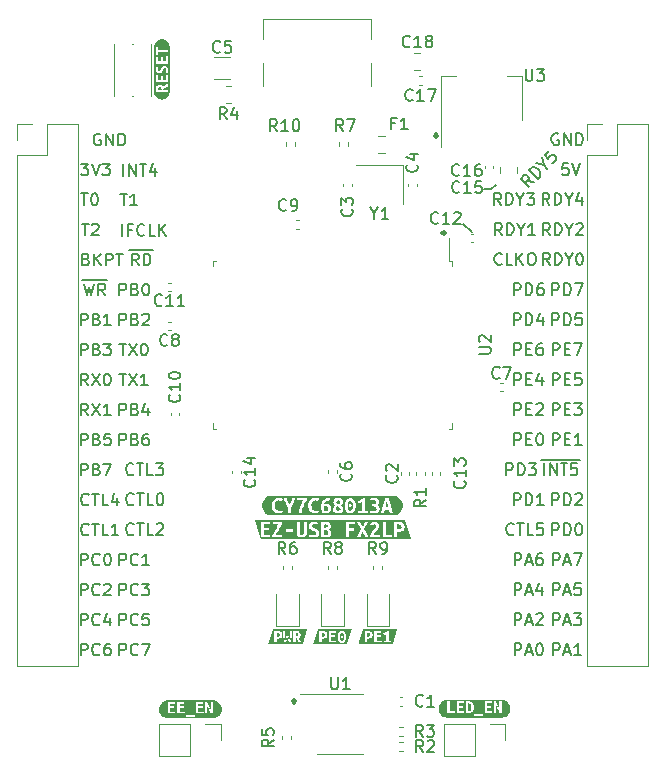
<source format=gbr>
%TF.GenerationSoftware,KiCad,Pcbnew,6.0.11-2627ca5db0~126~ubuntu20.04.1*%
%TF.CreationDate,2023-02-28T18:41:23+07:00*%
%TF.ProjectId,CY7C68013A-100,43593743-3638-4303-9133-412d3130302e,rev?*%
%TF.SameCoordinates,Original*%
%TF.FileFunction,Legend,Top*%
%TF.FilePolarity,Positive*%
%FSLAX46Y46*%
G04 Gerber Fmt 4.6, Leading zero omitted, Abs format (unit mm)*
G04 Created by KiCad (PCBNEW 6.0.11-2627ca5db0~126~ubuntu20.04.1) date 2023-02-28 18:41:23*
%MOMM*%
%LPD*%
G01*
G04 APERTURE LIST*
%ADD10C,0.300000*%
%ADD11C,0.150000*%
%ADD12C,0.200000*%
%ADD13C,0.120000*%
G04 APERTURE END LIST*
D10*
X145008600Y-79733685D02*
X144913361Y-79828923D01*
X145008600Y-79924161D01*
X145103838Y-79828923D01*
X145008600Y-79733685D01*
X145008600Y-79924161D01*
X133019800Y-127638085D02*
X132924561Y-127733323D01*
X133019800Y-127828561D01*
X133115038Y-127733323D01*
X133019800Y-127638085D01*
X133019800Y-127828561D01*
X145669000Y-87963285D02*
X145573761Y-88058523D01*
X145669000Y-88153761D01*
X145764238Y-88058523D01*
X145669000Y-87963285D01*
X145669000Y-88153761D01*
D11*
X149682200Y-84378800D02*
X150088600Y-83972400D01*
X149123400Y-84378800D02*
X149682200Y-84378800D01*
X148056600Y-87985600D02*
X147345400Y-87274400D01*
D12*
X156222723Y-82180180D02*
X155746533Y-82180180D01*
X155698914Y-82656371D01*
X155746533Y-82608752D01*
X155841771Y-82561133D01*
X156079866Y-82561133D01*
X156175104Y-82608752D01*
X156222723Y-82656371D01*
X156270342Y-82751609D01*
X156270342Y-82989704D01*
X156222723Y-83084942D01*
X156175104Y-83132561D01*
X156079866Y-83180180D01*
X155841771Y-83180180D01*
X155746533Y-83132561D01*
X155698914Y-83084942D01*
X156556057Y-82180180D02*
X156889390Y-83180180D01*
X157222723Y-82180180D01*
X114966904Y-116225580D02*
X114966904Y-115225580D01*
X115347857Y-115225580D01*
X115443095Y-115273200D01*
X115490714Y-115320819D01*
X115538333Y-115416057D01*
X115538333Y-115558914D01*
X115490714Y-115654152D01*
X115443095Y-115701771D01*
X115347857Y-115749390D01*
X114966904Y-115749390D01*
X116538333Y-116130342D02*
X116490714Y-116177961D01*
X116347857Y-116225580D01*
X116252619Y-116225580D01*
X116109761Y-116177961D01*
X116014523Y-116082723D01*
X115966904Y-115987485D01*
X115919285Y-115797009D01*
X115919285Y-115654152D01*
X115966904Y-115463676D01*
X116014523Y-115368438D01*
X116109761Y-115273200D01*
X116252619Y-115225580D01*
X116347857Y-115225580D01*
X116490714Y-115273200D01*
X116538333Y-115320819D01*
X117157380Y-115225580D02*
X117252619Y-115225580D01*
X117347857Y-115273200D01*
X117395476Y-115320819D01*
X117443095Y-115416057D01*
X117490714Y-115606533D01*
X117490714Y-115844628D01*
X117443095Y-116035104D01*
X117395476Y-116130342D01*
X117347857Y-116177961D01*
X117252619Y-116225580D01*
X117157380Y-116225580D01*
X117062142Y-116177961D01*
X117014523Y-116130342D01*
X116966904Y-116035104D01*
X116919285Y-115844628D01*
X116919285Y-115606533D01*
X116966904Y-115416057D01*
X117014523Y-115320819D01*
X117062142Y-115273200D01*
X117157380Y-115225580D01*
X114966904Y-108605580D02*
X114966904Y-107605580D01*
X115347857Y-107605580D01*
X115443095Y-107653200D01*
X115490714Y-107700819D01*
X115538333Y-107796057D01*
X115538333Y-107938914D01*
X115490714Y-108034152D01*
X115443095Y-108081771D01*
X115347857Y-108129390D01*
X114966904Y-108129390D01*
X116300238Y-108081771D02*
X116443095Y-108129390D01*
X116490714Y-108177009D01*
X116538333Y-108272247D01*
X116538333Y-108415104D01*
X116490714Y-108510342D01*
X116443095Y-108557961D01*
X116347857Y-108605580D01*
X115966904Y-108605580D01*
X115966904Y-107605580D01*
X116300238Y-107605580D01*
X116395476Y-107653200D01*
X116443095Y-107700819D01*
X116490714Y-107796057D01*
X116490714Y-107891295D01*
X116443095Y-107986533D01*
X116395476Y-108034152D01*
X116300238Y-108081771D01*
X115966904Y-108081771D01*
X116871666Y-107605580D02*
X117538333Y-107605580D01*
X117109761Y-108605580D01*
X154870304Y-111120180D02*
X154870304Y-110120180D01*
X155251257Y-110120180D01*
X155346495Y-110167800D01*
X155394114Y-110215419D01*
X155441733Y-110310657D01*
X155441733Y-110453514D01*
X155394114Y-110548752D01*
X155346495Y-110596371D01*
X155251257Y-110643990D01*
X154870304Y-110643990D01*
X155870304Y-111120180D02*
X155870304Y-110120180D01*
X156108400Y-110120180D01*
X156251257Y-110167800D01*
X156346495Y-110263038D01*
X156394114Y-110358276D01*
X156441733Y-110548752D01*
X156441733Y-110691609D01*
X156394114Y-110882085D01*
X156346495Y-110977323D01*
X156251257Y-111072561D01*
X156108400Y-111120180D01*
X155870304Y-111120180D01*
X156822685Y-110215419D02*
X156870304Y-110167800D01*
X156965542Y-110120180D01*
X157203638Y-110120180D01*
X157298876Y-110167800D01*
X157346495Y-110215419D01*
X157394114Y-110310657D01*
X157394114Y-110405895D01*
X157346495Y-110548752D01*
X156775066Y-111120180D01*
X157394114Y-111120180D01*
X154917923Y-103500180D02*
X154917923Y-102500180D01*
X155298876Y-102500180D01*
X155394114Y-102547800D01*
X155441733Y-102595419D01*
X155489352Y-102690657D01*
X155489352Y-102833514D01*
X155441733Y-102928752D01*
X155394114Y-102976371D01*
X155298876Y-103023990D01*
X154917923Y-103023990D01*
X155917923Y-102976371D02*
X156251257Y-102976371D01*
X156394114Y-103500180D02*
X155917923Y-103500180D01*
X155917923Y-102500180D01*
X156394114Y-102500180D01*
X156727447Y-102500180D02*
X157346495Y-102500180D01*
X157013161Y-102881133D01*
X157156019Y-102881133D01*
X157251257Y-102928752D01*
X157298876Y-102976371D01*
X157346495Y-103071609D01*
X157346495Y-103309704D01*
X157298876Y-103404942D01*
X157251257Y-103452561D01*
X157156019Y-103500180D01*
X156870304Y-103500180D01*
X156775066Y-103452561D01*
X156727447Y-103404942D01*
X154870304Y-113660180D02*
X154870304Y-112660180D01*
X155251257Y-112660180D01*
X155346495Y-112707800D01*
X155394114Y-112755419D01*
X155441733Y-112850657D01*
X155441733Y-112993514D01*
X155394114Y-113088752D01*
X155346495Y-113136371D01*
X155251257Y-113183990D01*
X154870304Y-113183990D01*
X155870304Y-113660180D02*
X155870304Y-112660180D01*
X156108400Y-112660180D01*
X156251257Y-112707800D01*
X156346495Y-112803038D01*
X156394114Y-112898276D01*
X156441733Y-113088752D01*
X156441733Y-113231609D01*
X156394114Y-113422085D01*
X156346495Y-113517323D01*
X156251257Y-113612561D01*
X156108400Y-113660180D01*
X155870304Y-113660180D01*
X157060780Y-112660180D02*
X157156019Y-112660180D01*
X157251257Y-112707800D01*
X157298876Y-112755419D01*
X157346495Y-112850657D01*
X157394114Y-113041133D01*
X157394114Y-113279228D01*
X157346495Y-113469704D01*
X157298876Y-113564942D01*
X157251257Y-113612561D01*
X157156019Y-113660180D01*
X157060780Y-113660180D01*
X156965542Y-113612561D01*
X156917923Y-113564942D01*
X156870304Y-113469704D01*
X156822685Y-113279228D01*
X156822685Y-113041133D01*
X156870304Y-112850657D01*
X156917923Y-112755419D01*
X156965542Y-112707800D01*
X157060780Y-112660180D01*
X118218104Y-123845580D02*
X118218104Y-122845580D01*
X118599057Y-122845580D01*
X118694295Y-122893200D01*
X118741914Y-122940819D01*
X118789533Y-123036057D01*
X118789533Y-123178914D01*
X118741914Y-123274152D01*
X118694295Y-123321771D01*
X118599057Y-123369390D01*
X118218104Y-123369390D01*
X119789533Y-123750342D02*
X119741914Y-123797961D01*
X119599057Y-123845580D01*
X119503819Y-123845580D01*
X119360961Y-123797961D01*
X119265723Y-123702723D01*
X119218104Y-123607485D01*
X119170485Y-123417009D01*
X119170485Y-123274152D01*
X119218104Y-123083676D01*
X119265723Y-122988438D01*
X119360961Y-122893200D01*
X119503819Y-122845580D01*
X119599057Y-122845580D01*
X119741914Y-122893200D01*
X119789533Y-122940819D01*
X120122866Y-122845580D02*
X120789533Y-122845580D01*
X120360961Y-123845580D01*
X118435666Y-88310980D02*
X118435666Y-87310980D01*
X119245190Y-87787171D02*
X118911857Y-87787171D01*
X118911857Y-88310980D02*
X118911857Y-87310980D01*
X119388047Y-87310980D01*
X120340428Y-88215742D02*
X120292809Y-88263361D01*
X120149952Y-88310980D01*
X120054714Y-88310980D01*
X119911857Y-88263361D01*
X119816619Y-88168123D01*
X119769000Y-88072885D01*
X119721380Y-87882409D01*
X119721380Y-87739552D01*
X119769000Y-87549076D01*
X119816619Y-87453838D01*
X119911857Y-87358600D01*
X120054714Y-87310980D01*
X120149952Y-87310980D01*
X120292809Y-87358600D01*
X120340428Y-87406219D01*
X121245190Y-88310980D02*
X120769000Y-88310980D01*
X120769000Y-87310980D01*
X121578523Y-88310980D02*
X121578523Y-87310980D01*
X122149952Y-88310980D02*
X121721380Y-87739552D01*
X122149952Y-87310980D02*
X121578523Y-87882409D01*
X114966904Y-95905580D02*
X114966904Y-94905580D01*
X115347857Y-94905580D01*
X115443095Y-94953200D01*
X115490714Y-95000819D01*
X115538333Y-95096057D01*
X115538333Y-95238914D01*
X115490714Y-95334152D01*
X115443095Y-95381771D01*
X115347857Y-95429390D01*
X114966904Y-95429390D01*
X116300238Y-95381771D02*
X116443095Y-95429390D01*
X116490714Y-95477009D01*
X116538333Y-95572247D01*
X116538333Y-95715104D01*
X116490714Y-95810342D01*
X116443095Y-95857961D01*
X116347857Y-95905580D01*
X115966904Y-95905580D01*
X115966904Y-94905580D01*
X116300238Y-94905580D01*
X116395476Y-94953200D01*
X116443095Y-95000819D01*
X116490714Y-95096057D01*
X116490714Y-95191295D01*
X116443095Y-95286533D01*
X116395476Y-95334152D01*
X116300238Y-95381771D01*
X115966904Y-95381771D01*
X117490714Y-95905580D02*
X116919285Y-95905580D01*
X117205000Y-95905580D02*
X117205000Y-94905580D01*
X117109761Y-95048438D01*
X117014523Y-95143676D01*
X116919285Y-95191295D01*
X151619104Y-95880180D02*
X151619104Y-94880180D01*
X152000057Y-94880180D01*
X152095295Y-94927800D01*
X152142914Y-94975419D01*
X152190533Y-95070657D01*
X152190533Y-95213514D01*
X152142914Y-95308752D01*
X152095295Y-95356371D01*
X152000057Y-95403990D01*
X151619104Y-95403990D01*
X152619104Y-95880180D02*
X152619104Y-94880180D01*
X152857200Y-94880180D01*
X153000057Y-94927800D01*
X153095295Y-95023038D01*
X153142914Y-95118276D01*
X153190533Y-95308752D01*
X153190533Y-95451609D01*
X153142914Y-95642085D01*
X153095295Y-95737323D01*
X153000057Y-95832561D01*
X152857200Y-95880180D01*
X152619104Y-95880180D01*
X154047676Y-95213514D02*
X154047676Y-95880180D01*
X153809580Y-94832561D02*
X153571485Y-95546847D01*
X154190533Y-95546847D01*
X118218104Y-99985580D02*
X118789533Y-99985580D01*
X118503819Y-100985580D02*
X118503819Y-99985580D01*
X119027628Y-99985580D02*
X119694295Y-100985580D01*
X119694295Y-99985580D02*
X119027628Y-100985580D01*
X120599057Y-100985580D02*
X120027628Y-100985580D01*
X120313342Y-100985580D02*
X120313342Y-99985580D01*
X120218104Y-100128438D01*
X120122866Y-100223676D01*
X120027628Y-100271295D01*
X154657561Y-88260180D02*
X154324228Y-87783990D01*
X154086133Y-88260180D02*
X154086133Y-87260180D01*
X154467085Y-87260180D01*
X154562323Y-87307800D01*
X154609942Y-87355419D01*
X154657561Y-87450657D01*
X154657561Y-87593514D01*
X154609942Y-87688752D01*
X154562323Y-87736371D01*
X154467085Y-87783990D01*
X154086133Y-87783990D01*
X155086133Y-88260180D02*
X155086133Y-87260180D01*
X155324228Y-87260180D01*
X155467085Y-87307800D01*
X155562323Y-87403038D01*
X155609942Y-87498276D01*
X155657561Y-87688752D01*
X155657561Y-87831609D01*
X155609942Y-88022085D01*
X155562323Y-88117323D01*
X155467085Y-88212561D01*
X155324228Y-88260180D01*
X155086133Y-88260180D01*
X156276609Y-87783990D02*
X156276609Y-88260180D01*
X155943276Y-87260180D02*
X156276609Y-87783990D01*
X156609942Y-87260180D01*
X156895657Y-87355419D02*
X156943276Y-87307800D01*
X157038514Y-87260180D01*
X157276609Y-87260180D01*
X157371847Y-87307800D01*
X157419466Y-87355419D01*
X157467085Y-87450657D01*
X157467085Y-87545895D01*
X157419466Y-87688752D01*
X156848038Y-88260180D01*
X157467085Y-88260180D01*
X114966904Y-118765580D02*
X114966904Y-117765580D01*
X115347857Y-117765580D01*
X115443095Y-117813200D01*
X115490714Y-117860819D01*
X115538333Y-117956057D01*
X115538333Y-118098914D01*
X115490714Y-118194152D01*
X115443095Y-118241771D01*
X115347857Y-118289390D01*
X114966904Y-118289390D01*
X116538333Y-118670342D02*
X116490714Y-118717961D01*
X116347857Y-118765580D01*
X116252619Y-118765580D01*
X116109761Y-118717961D01*
X116014523Y-118622723D01*
X115966904Y-118527485D01*
X115919285Y-118337009D01*
X115919285Y-118194152D01*
X115966904Y-118003676D01*
X116014523Y-117908438D01*
X116109761Y-117813200D01*
X116252619Y-117765580D01*
X116347857Y-117765580D01*
X116490714Y-117813200D01*
X116538333Y-117860819D01*
X116919285Y-117860819D02*
X116966904Y-117813200D01*
X117062142Y-117765580D01*
X117300238Y-117765580D01*
X117395476Y-117813200D01*
X117443095Y-117860819D01*
X117490714Y-117956057D01*
X117490714Y-118051295D01*
X117443095Y-118194152D01*
X116871666Y-118765580D01*
X117490714Y-118765580D01*
X119392819Y-108484942D02*
X119345200Y-108532561D01*
X119202342Y-108580180D01*
X119107104Y-108580180D01*
X118964247Y-108532561D01*
X118869009Y-108437323D01*
X118821390Y-108342085D01*
X118773771Y-108151609D01*
X118773771Y-108008752D01*
X118821390Y-107818276D01*
X118869009Y-107723038D01*
X118964247Y-107627800D01*
X119107104Y-107580180D01*
X119202342Y-107580180D01*
X119345200Y-107627800D01*
X119392819Y-107675419D01*
X119678533Y-107580180D02*
X120249961Y-107580180D01*
X119964247Y-108580180D02*
X119964247Y-107580180D01*
X121059485Y-108580180D02*
X120583295Y-108580180D01*
X120583295Y-107580180D01*
X121297580Y-107580180D02*
X121916628Y-107580180D01*
X121583295Y-107961133D01*
X121726152Y-107961133D01*
X121821390Y-108008752D01*
X121869009Y-108056371D01*
X121916628Y-108151609D01*
X121916628Y-108389704D01*
X121869009Y-108484942D01*
X121821390Y-108532561D01*
X121726152Y-108580180D01*
X121440438Y-108580180D01*
X121345200Y-108532561D01*
X121297580Y-108484942D01*
X154917923Y-98420180D02*
X154917923Y-97420180D01*
X155298876Y-97420180D01*
X155394114Y-97467800D01*
X155441733Y-97515419D01*
X155489352Y-97610657D01*
X155489352Y-97753514D01*
X155441733Y-97848752D01*
X155394114Y-97896371D01*
X155298876Y-97943990D01*
X154917923Y-97943990D01*
X155917923Y-97896371D02*
X156251257Y-97896371D01*
X156394114Y-98420180D02*
X155917923Y-98420180D01*
X155917923Y-97420180D01*
X156394114Y-97420180D01*
X156727447Y-97420180D02*
X157394114Y-97420180D01*
X156965542Y-98420180D01*
X115562142Y-100985580D02*
X115228809Y-100509390D01*
X114990714Y-100985580D02*
X114990714Y-99985580D01*
X115371666Y-99985580D01*
X115466904Y-100033200D01*
X115514523Y-100080819D01*
X115562142Y-100176057D01*
X115562142Y-100318914D01*
X115514523Y-100414152D01*
X115466904Y-100461771D01*
X115371666Y-100509390D01*
X114990714Y-100509390D01*
X115895476Y-99985580D02*
X116562142Y-100985580D01*
X116562142Y-99985580D02*
X115895476Y-100985580D01*
X117133571Y-99985580D02*
X117228809Y-99985580D01*
X117324047Y-100033200D01*
X117371666Y-100080819D01*
X117419285Y-100176057D01*
X117466904Y-100366533D01*
X117466904Y-100604628D01*
X117419285Y-100795104D01*
X117371666Y-100890342D01*
X117324047Y-100937961D01*
X117228809Y-100985580D01*
X117133571Y-100985580D01*
X117038333Y-100937961D01*
X116990714Y-100890342D01*
X116943095Y-100795104D01*
X116895476Y-100604628D01*
X116895476Y-100366533D01*
X116943095Y-100176057D01*
X116990714Y-100080819D01*
X117038333Y-100033200D01*
X117133571Y-99985580D01*
X118218104Y-103525580D02*
X118218104Y-102525580D01*
X118599057Y-102525580D01*
X118694295Y-102573200D01*
X118741914Y-102620819D01*
X118789533Y-102716057D01*
X118789533Y-102858914D01*
X118741914Y-102954152D01*
X118694295Y-103001771D01*
X118599057Y-103049390D01*
X118218104Y-103049390D01*
X119551438Y-103001771D02*
X119694295Y-103049390D01*
X119741914Y-103097009D01*
X119789533Y-103192247D01*
X119789533Y-103335104D01*
X119741914Y-103430342D01*
X119694295Y-103477961D01*
X119599057Y-103525580D01*
X119218104Y-103525580D01*
X119218104Y-102525580D01*
X119551438Y-102525580D01*
X119646676Y-102573200D01*
X119694295Y-102620819D01*
X119741914Y-102716057D01*
X119741914Y-102811295D01*
X119694295Y-102906533D01*
X119646676Y-102954152D01*
X119551438Y-103001771D01*
X119218104Y-103001771D01*
X120646676Y-102858914D02*
X120646676Y-103525580D01*
X120408580Y-102477961D02*
X120170485Y-103192247D01*
X120789533Y-103192247D01*
X154917923Y-106040180D02*
X154917923Y-105040180D01*
X155298876Y-105040180D01*
X155394114Y-105087800D01*
X155441733Y-105135419D01*
X155489352Y-105230657D01*
X155489352Y-105373514D01*
X155441733Y-105468752D01*
X155394114Y-105516371D01*
X155298876Y-105563990D01*
X154917923Y-105563990D01*
X155917923Y-105516371D02*
X156251257Y-105516371D01*
X156394114Y-106040180D02*
X155917923Y-106040180D01*
X155917923Y-105040180D01*
X156394114Y-105040180D01*
X157346495Y-106040180D02*
X156775066Y-106040180D01*
X157060780Y-106040180D02*
X157060780Y-105040180D01*
X156965542Y-105183038D01*
X156870304Y-105278276D01*
X156775066Y-105325895D01*
X118218104Y-118765580D02*
X118218104Y-117765580D01*
X118599057Y-117765580D01*
X118694295Y-117813200D01*
X118741914Y-117860819D01*
X118789533Y-117956057D01*
X118789533Y-118098914D01*
X118741914Y-118194152D01*
X118694295Y-118241771D01*
X118599057Y-118289390D01*
X118218104Y-118289390D01*
X119789533Y-118670342D02*
X119741914Y-118717961D01*
X119599057Y-118765580D01*
X119503819Y-118765580D01*
X119360961Y-118717961D01*
X119265723Y-118622723D01*
X119218104Y-118527485D01*
X119170485Y-118337009D01*
X119170485Y-118194152D01*
X119218104Y-118003676D01*
X119265723Y-117908438D01*
X119360961Y-117813200D01*
X119503819Y-117765580D01*
X119599057Y-117765580D01*
X119741914Y-117813200D01*
X119789533Y-117860819D01*
X120122866Y-117765580D02*
X120741914Y-117765580D01*
X120408580Y-118146533D01*
X120551438Y-118146533D01*
X120646676Y-118194152D01*
X120694295Y-118241771D01*
X120741914Y-118337009D01*
X120741914Y-118575104D01*
X120694295Y-118670342D01*
X120646676Y-118717961D01*
X120551438Y-118765580D01*
X120265723Y-118765580D01*
X120170485Y-118717961D01*
X120122866Y-118670342D01*
X114966904Y-123845580D02*
X114966904Y-122845580D01*
X115347857Y-122845580D01*
X115443095Y-122893200D01*
X115490714Y-122940819D01*
X115538333Y-123036057D01*
X115538333Y-123178914D01*
X115490714Y-123274152D01*
X115443095Y-123321771D01*
X115347857Y-123369390D01*
X114966904Y-123369390D01*
X116538333Y-123750342D02*
X116490714Y-123797961D01*
X116347857Y-123845580D01*
X116252619Y-123845580D01*
X116109761Y-123797961D01*
X116014523Y-123702723D01*
X115966904Y-123607485D01*
X115919285Y-123417009D01*
X115919285Y-123274152D01*
X115966904Y-123083676D01*
X116014523Y-122988438D01*
X116109761Y-122893200D01*
X116252619Y-122845580D01*
X116347857Y-122845580D01*
X116490714Y-122893200D01*
X116538333Y-122940819D01*
X117395476Y-122845580D02*
X117205000Y-122845580D01*
X117109761Y-122893200D01*
X117062142Y-122940819D01*
X116966904Y-123083676D01*
X116919285Y-123274152D01*
X116919285Y-123655104D01*
X116966904Y-123750342D01*
X117014523Y-123797961D01*
X117109761Y-123845580D01*
X117300238Y-123845580D01*
X117395476Y-123797961D01*
X117443095Y-123750342D01*
X117490714Y-123655104D01*
X117490714Y-123417009D01*
X117443095Y-123321771D01*
X117395476Y-123274152D01*
X117300238Y-123226533D01*
X117109761Y-123226533D01*
X117014523Y-123274152D01*
X116966904Y-123321771D01*
X116919285Y-123417009D01*
X150595152Y-90679542D02*
X150547533Y-90727161D01*
X150404676Y-90774780D01*
X150309438Y-90774780D01*
X150166580Y-90727161D01*
X150071342Y-90631923D01*
X150023723Y-90536685D01*
X149976104Y-90346209D01*
X149976104Y-90203352D01*
X150023723Y-90012876D01*
X150071342Y-89917638D01*
X150166580Y-89822400D01*
X150309438Y-89774780D01*
X150404676Y-89774780D01*
X150547533Y-89822400D01*
X150595152Y-89870019D01*
X151499914Y-90774780D02*
X151023723Y-90774780D01*
X151023723Y-89774780D01*
X151833247Y-90774780D02*
X151833247Y-89774780D01*
X152404676Y-90774780D02*
X151976104Y-90203352D01*
X152404676Y-89774780D02*
X151833247Y-90346209D01*
X153023723Y-89774780D02*
X153214200Y-89774780D01*
X153309438Y-89822400D01*
X153404676Y-89917638D01*
X153452295Y-90108114D01*
X153452295Y-90441447D01*
X153404676Y-90631923D01*
X153309438Y-90727161D01*
X153214200Y-90774780D01*
X153023723Y-90774780D01*
X152928485Y-90727161D01*
X152833247Y-90631923D01*
X152785628Y-90441447D01*
X152785628Y-90108114D01*
X152833247Y-89917638D01*
X152928485Y-89822400D01*
X153023723Y-89774780D01*
X151690533Y-123820180D02*
X151690533Y-122820180D01*
X152071485Y-122820180D01*
X152166723Y-122867800D01*
X152214342Y-122915419D01*
X152261961Y-123010657D01*
X152261961Y-123153514D01*
X152214342Y-123248752D01*
X152166723Y-123296371D01*
X152071485Y-123343990D01*
X151690533Y-123343990D01*
X152642914Y-123534466D02*
X153119104Y-123534466D01*
X152547676Y-123820180D02*
X152881009Y-122820180D01*
X153214342Y-123820180D01*
X153738152Y-122820180D02*
X153833390Y-122820180D01*
X153928628Y-122867800D01*
X153976247Y-122915419D01*
X154023866Y-123010657D01*
X154071485Y-123201133D01*
X154071485Y-123439228D01*
X154023866Y-123629704D01*
X153976247Y-123724942D01*
X153928628Y-123772561D01*
X153833390Y-123820180D01*
X153738152Y-123820180D01*
X153642914Y-123772561D01*
X153595295Y-123724942D01*
X153547676Y-123629704D01*
X153500057Y-123439228D01*
X153500057Y-123201133D01*
X153547676Y-123010657D01*
X153595295Y-122915419D01*
X153642914Y-122867800D01*
X153738152Y-122820180D01*
X154657561Y-90774780D02*
X154324228Y-90298590D01*
X154086133Y-90774780D02*
X154086133Y-89774780D01*
X154467085Y-89774780D01*
X154562323Y-89822400D01*
X154609942Y-89870019D01*
X154657561Y-89965257D01*
X154657561Y-90108114D01*
X154609942Y-90203352D01*
X154562323Y-90250971D01*
X154467085Y-90298590D01*
X154086133Y-90298590D01*
X155086133Y-90774780D02*
X155086133Y-89774780D01*
X155324228Y-89774780D01*
X155467085Y-89822400D01*
X155562323Y-89917638D01*
X155609942Y-90012876D01*
X155657561Y-90203352D01*
X155657561Y-90346209D01*
X155609942Y-90536685D01*
X155562323Y-90631923D01*
X155467085Y-90727161D01*
X155324228Y-90774780D01*
X155086133Y-90774780D01*
X156276609Y-90298590D02*
X156276609Y-90774780D01*
X155943276Y-89774780D02*
X156276609Y-90298590D01*
X156609942Y-89774780D01*
X157133752Y-89774780D02*
X157228990Y-89774780D01*
X157324228Y-89822400D01*
X157371847Y-89870019D01*
X157419466Y-89965257D01*
X157467085Y-90155733D01*
X157467085Y-90393828D01*
X157419466Y-90584304D01*
X157371847Y-90679542D01*
X157324228Y-90727161D01*
X157228990Y-90774780D01*
X157133752Y-90774780D01*
X157038514Y-90727161D01*
X156990895Y-90679542D01*
X156943276Y-90584304D01*
X156895657Y-90393828D01*
X156895657Y-90155733D01*
X156943276Y-89965257D01*
X156990895Y-89870019D01*
X157038514Y-89822400D01*
X157133752Y-89774780D01*
X154632161Y-85694780D02*
X154298828Y-85218590D01*
X154060733Y-85694780D02*
X154060733Y-84694780D01*
X154441685Y-84694780D01*
X154536923Y-84742400D01*
X154584542Y-84790019D01*
X154632161Y-84885257D01*
X154632161Y-85028114D01*
X154584542Y-85123352D01*
X154536923Y-85170971D01*
X154441685Y-85218590D01*
X154060733Y-85218590D01*
X155060733Y-85694780D02*
X155060733Y-84694780D01*
X155298828Y-84694780D01*
X155441685Y-84742400D01*
X155536923Y-84837638D01*
X155584542Y-84932876D01*
X155632161Y-85123352D01*
X155632161Y-85266209D01*
X155584542Y-85456685D01*
X155536923Y-85551923D01*
X155441685Y-85647161D01*
X155298828Y-85694780D01*
X155060733Y-85694780D01*
X156251209Y-85218590D02*
X156251209Y-85694780D01*
X155917876Y-84694780D02*
X156251209Y-85218590D01*
X156584542Y-84694780D01*
X157346447Y-85028114D02*
X157346447Y-85694780D01*
X157108352Y-84647161D02*
X156870257Y-85361447D01*
X157489304Y-85361447D01*
X115608219Y-111050342D02*
X115560600Y-111097961D01*
X115417742Y-111145580D01*
X115322504Y-111145580D01*
X115179647Y-111097961D01*
X115084409Y-111002723D01*
X115036790Y-110907485D01*
X114989171Y-110717009D01*
X114989171Y-110574152D01*
X115036790Y-110383676D01*
X115084409Y-110288438D01*
X115179647Y-110193200D01*
X115322504Y-110145580D01*
X115417742Y-110145580D01*
X115560600Y-110193200D01*
X115608219Y-110240819D01*
X115893933Y-110145580D02*
X116465361Y-110145580D01*
X116179647Y-111145580D02*
X116179647Y-110145580D01*
X117274885Y-111145580D02*
X116798695Y-111145580D01*
X116798695Y-110145580D01*
X118036790Y-110478914D02*
X118036790Y-111145580D01*
X117798695Y-110097961D02*
X117560600Y-110812247D01*
X118179647Y-110812247D01*
X150958704Y-108580180D02*
X150958704Y-107580180D01*
X151339657Y-107580180D01*
X151434895Y-107627800D01*
X151482514Y-107675419D01*
X151530133Y-107770657D01*
X151530133Y-107913514D01*
X151482514Y-108008752D01*
X151434895Y-108056371D01*
X151339657Y-108103990D01*
X150958704Y-108103990D01*
X151958704Y-108580180D02*
X151958704Y-107580180D01*
X152196800Y-107580180D01*
X152339657Y-107627800D01*
X152434895Y-107723038D01*
X152482514Y-107818276D01*
X152530133Y-108008752D01*
X152530133Y-108151609D01*
X152482514Y-108342085D01*
X152434895Y-108437323D01*
X152339657Y-108532561D01*
X152196800Y-108580180D01*
X151958704Y-108580180D01*
X152863466Y-107580180D02*
X153482514Y-107580180D01*
X153149180Y-107961133D01*
X153292038Y-107961133D01*
X153387276Y-108008752D01*
X153434895Y-108056371D01*
X153482514Y-108151609D01*
X153482514Y-108389704D01*
X153434895Y-108484942D01*
X153387276Y-108532561D01*
X153292038Y-108580180D01*
X153006323Y-108580180D01*
X152911085Y-108532561D01*
X152863466Y-108484942D01*
X151600019Y-113564942D02*
X151552400Y-113612561D01*
X151409542Y-113660180D01*
X151314304Y-113660180D01*
X151171447Y-113612561D01*
X151076209Y-113517323D01*
X151028590Y-113422085D01*
X150980971Y-113231609D01*
X150980971Y-113088752D01*
X151028590Y-112898276D01*
X151076209Y-112803038D01*
X151171447Y-112707800D01*
X151314304Y-112660180D01*
X151409542Y-112660180D01*
X151552400Y-112707800D01*
X151600019Y-112755419D01*
X151885733Y-112660180D02*
X152457161Y-112660180D01*
X152171447Y-113660180D02*
X152171447Y-112660180D01*
X153266685Y-113660180D02*
X152790495Y-113660180D01*
X152790495Y-112660180D01*
X154076209Y-112660180D02*
X153600019Y-112660180D01*
X153552400Y-113136371D01*
X153600019Y-113088752D01*
X153695257Y-113041133D01*
X153933352Y-113041133D01*
X154028590Y-113088752D01*
X154076209Y-113136371D01*
X154123828Y-113231609D01*
X154123828Y-113469704D01*
X154076209Y-113564942D01*
X154028590Y-113612561D01*
X153933352Y-113660180D01*
X153695257Y-113660180D01*
X153600019Y-113612561D01*
X153552400Y-113564942D01*
X151619104Y-93340180D02*
X151619104Y-92340180D01*
X152000057Y-92340180D01*
X152095295Y-92387800D01*
X152142914Y-92435419D01*
X152190533Y-92530657D01*
X152190533Y-92673514D01*
X152142914Y-92768752D01*
X152095295Y-92816371D01*
X152000057Y-92863990D01*
X151619104Y-92863990D01*
X152619104Y-93340180D02*
X152619104Y-92340180D01*
X152857200Y-92340180D01*
X153000057Y-92387800D01*
X153095295Y-92483038D01*
X153142914Y-92578276D01*
X153190533Y-92768752D01*
X153190533Y-92911609D01*
X153142914Y-93102085D01*
X153095295Y-93197323D01*
X153000057Y-93292561D01*
X152857200Y-93340180D01*
X152619104Y-93340180D01*
X154047676Y-92340180D02*
X153857200Y-92340180D01*
X153761961Y-92387800D01*
X153714342Y-92435419D01*
X153619104Y-92578276D01*
X153571485Y-92768752D01*
X153571485Y-93149704D01*
X153619104Y-93244942D01*
X153666723Y-93292561D01*
X153761961Y-93340180D01*
X153952438Y-93340180D01*
X154047676Y-93292561D01*
X154095295Y-93244942D01*
X154142914Y-93149704D01*
X154142914Y-92911609D01*
X154095295Y-92816371D01*
X154047676Y-92768752D01*
X153952438Y-92721133D01*
X153761961Y-92721133D01*
X153666723Y-92768752D01*
X153619104Y-92816371D01*
X153571485Y-92911609D01*
X114960495Y-84720180D02*
X115531923Y-84720180D01*
X115246209Y-85720180D02*
X115246209Y-84720180D01*
X116055733Y-84720180D02*
X116150971Y-84720180D01*
X116246209Y-84767800D01*
X116293828Y-84815419D01*
X116341447Y-84910657D01*
X116389066Y-85101133D01*
X116389066Y-85339228D01*
X116341447Y-85529704D01*
X116293828Y-85624942D01*
X116246209Y-85672561D01*
X116150971Y-85720180D01*
X116055733Y-85720180D01*
X115960495Y-85672561D01*
X115912876Y-85624942D01*
X115865257Y-85529704D01*
X115817638Y-85339228D01*
X115817638Y-85101133D01*
X115865257Y-84910657D01*
X115912876Y-84815419D01*
X115960495Y-84767800D01*
X116055733Y-84720180D01*
X119040400Y-89543200D02*
X120040400Y-89543200D01*
X119849923Y-90825580D02*
X119516590Y-90349390D01*
X119278495Y-90825580D02*
X119278495Y-89825580D01*
X119659447Y-89825580D01*
X119754685Y-89873200D01*
X119802304Y-89920819D01*
X119849923Y-90016057D01*
X119849923Y-90158914D01*
X119802304Y-90254152D01*
X119754685Y-90301771D01*
X119659447Y-90349390D01*
X119278495Y-90349390D01*
X120040400Y-89543200D02*
X121040400Y-89543200D01*
X120278495Y-90825580D02*
X120278495Y-89825580D01*
X120516590Y-89825580D01*
X120659447Y-89873200D01*
X120754685Y-89968438D01*
X120802304Y-90063676D01*
X120849923Y-90254152D01*
X120849923Y-90397009D01*
X120802304Y-90587485D01*
X120754685Y-90682723D01*
X120659447Y-90777961D01*
X120516590Y-90825580D01*
X120278495Y-90825580D01*
X115036695Y-87285580D02*
X115608123Y-87285580D01*
X115322409Y-88285580D02*
X115322409Y-87285580D01*
X115893838Y-87380819D02*
X115941457Y-87333200D01*
X116036695Y-87285580D01*
X116274790Y-87285580D01*
X116370028Y-87333200D01*
X116417647Y-87380819D01*
X116465266Y-87476057D01*
X116465266Y-87571295D01*
X116417647Y-87714152D01*
X115846219Y-88285580D01*
X116465266Y-88285580D01*
X154941733Y-116200180D02*
X154941733Y-115200180D01*
X155322685Y-115200180D01*
X155417923Y-115247800D01*
X155465542Y-115295419D01*
X155513161Y-115390657D01*
X155513161Y-115533514D01*
X155465542Y-115628752D01*
X155417923Y-115676371D01*
X155322685Y-115723990D01*
X154941733Y-115723990D01*
X155894114Y-115914466D02*
X156370304Y-115914466D01*
X155798876Y-116200180D02*
X156132209Y-115200180D01*
X156465542Y-116200180D01*
X156703638Y-115200180D02*
X157370304Y-115200180D01*
X156941733Y-116200180D01*
X155371895Y-79687800D02*
X155276657Y-79640180D01*
X155133800Y-79640180D01*
X154990942Y-79687800D01*
X154895704Y-79783038D01*
X154848085Y-79878276D01*
X154800466Y-80068752D01*
X154800466Y-80211609D01*
X154848085Y-80402085D01*
X154895704Y-80497323D01*
X154990942Y-80592561D01*
X155133800Y-80640180D01*
X155229038Y-80640180D01*
X155371895Y-80592561D01*
X155419514Y-80544942D01*
X155419514Y-80211609D01*
X155229038Y-80211609D01*
X155848085Y-80640180D02*
X155848085Y-79640180D01*
X156419514Y-80640180D01*
X156419514Y-79640180D01*
X156895704Y-80640180D02*
X156895704Y-79640180D01*
X157133800Y-79640180D01*
X157276657Y-79687800D01*
X157371895Y-79783038D01*
X157419514Y-79878276D01*
X157467133Y-80068752D01*
X157467133Y-80211609D01*
X157419514Y-80402085D01*
X157371895Y-80497323D01*
X157276657Y-80592561D01*
X157133800Y-80640180D01*
X156895704Y-80640180D01*
X151690533Y-116200180D02*
X151690533Y-115200180D01*
X152071485Y-115200180D01*
X152166723Y-115247800D01*
X152214342Y-115295419D01*
X152261961Y-115390657D01*
X152261961Y-115533514D01*
X152214342Y-115628752D01*
X152166723Y-115676371D01*
X152071485Y-115723990D01*
X151690533Y-115723990D01*
X152642914Y-115914466D02*
X153119104Y-115914466D01*
X152547676Y-116200180D02*
X152881009Y-115200180D01*
X153214342Y-116200180D01*
X153976247Y-115200180D02*
X153785771Y-115200180D01*
X153690533Y-115247800D01*
X153642914Y-115295419D01*
X153547676Y-115438276D01*
X153500057Y-115628752D01*
X153500057Y-116009704D01*
X153547676Y-116104942D01*
X153595295Y-116152561D01*
X153690533Y-116200180D01*
X153881009Y-116200180D01*
X153976247Y-116152561D01*
X154023866Y-116104942D01*
X154071485Y-116009704D01*
X154071485Y-115771609D01*
X154023866Y-115676371D01*
X153976247Y-115628752D01*
X153881009Y-115581133D01*
X153690533Y-115581133D01*
X153595295Y-115628752D01*
X153547676Y-115676371D01*
X153500057Y-115771609D01*
X151619104Y-111120180D02*
X151619104Y-110120180D01*
X152000057Y-110120180D01*
X152095295Y-110167800D01*
X152142914Y-110215419D01*
X152190533Y-110310657D01*
X152190533Y-110453514D01*
X152142914Y-110548752D01*
X152095295Y-110596371D01*
X152000057Y-110643990D01*
X151619104Y-110643990D01*
X152619104Y-111120180D02*
X152619104Y-110120180D01*
X152857200Y-110120180D01*
X153000057Y-110167800D01*
X153095295Y-110263038D01*
X153142914Y-110358276D01*
X153190533Y-110548752D01*
X153190533Y-110691609D01*
X153142914Y-110882085D01*
X153095295Y-110977323D01*
X153000057Y-111072561D01*
X152857200Y-111120180D01*
X152619104Y-111120180D01*
X154142914Y-111120180D02*
X153571485Y-111120180D01*
X153857200Y-111120180D02*
X153857200Y-110120180D01*
X153761961Y-110263038D01*
X153666723Y-110358276D01*
X153571485Y-110405895D01*
X150542761Y-85694780D02*
X150209428Y-85218590D01*
X149971333Y-85694780D02*
X149971333Y-84694780D01*
X150352285Y-84694780D01*
X150447523Y-84742400D01*
X150495142Y-84790019D01*
X150542761Y-84885257D01*
X150542761Y-85028114D01*
X150495142Y-85123352D01*
X150447523Y-85170971D01*
X150352285Y-85218590D01*
X149971333Y-85218590D01*
X150971333Y-85694780D02*
X150971333Y-84694780D01*
X151209428Y-84694780D01*
X151352285Y-84742400D01*
X151447523Y-84837638D01*
X151495142Y-84932876D01*
X151542761Y-85123352D01*
X151542761Y-85266209D01*
X151495142Y-85456685D01*
X151447523Y-85551923D01*
X151352285Y-85647161D01*
X151209428Y-85694780D01*
X150971333Y-85694780D01*
X152161809Y-85218590D02*
X152161809Y-85694780D01*
X151828476Y-84694780D02*
X152161809Y-85218590D01*
X152495142Y-84694780D01*
X152733238Y-84694780D02*
X153352285Y-84694780D01*
X153018952Y-85075733D01*
X153161809Y-85075733D01*
X153257047Y-85123352D01*
X153304666Y-85170971D01*
X153352285Y-85266209D01*
X153352285Y-85504304D01*
X153304666Y-85599542D01*
X153257047Y-85647161D01*
X153161809Y-85694780D01*
X152876095Y-85694780D01*
X152780857Y-85647161D01*
X152733238Y-85599542D01*
X118557847Y-83230980D02*
X118557847Y-82230980D01*
X119034038Y-83230980D02*
X119034038Y-82230980D01*
X119605466Y-83230980D01*
X119605466Y-82230980D01*
X119938800Y-82230980D02*
X120510228Y-82230980D01*
X120224514Y-83230980D02*
X120224514Y-82230980D01*
X121272133Y-82564314D02*
X121272133Y-83230980D01*
X121034038Y-82183361D02*
X120795942Y-82897647D01*
X121414990Y-82897647D01*
X151666723Y-98420180D02*
X151666723Y-97420180D01*
X152047676Y-97420180D01*
X152142914Y-97467800D01*
X152190533Y-97515419D01*
X152238152Y-97610657D01*
X152238152Y-97753514D01*
X152190533Y-97848752D01*
X152142914Y-97896371D01*
X152047676Y-97943990D01*
X151666723Y-97943990D01*
X152666723Y-97896371D02*
X153000057Y-97896371D01*
X153142914Y-98420180D02*
X152666723Y-98420180D01*
X152666723Y-97420180D01*
X153142914Y-97420180D01*
X154000057Y-97420180D02*
X153809580Y-97420180D01*
X153714342Y-97467800D01*
X153666723Y-97515419D01*
X153571485Y-97658276D01*
X153523866Y-97848752D01*
X153523866Y-98229704D01*
X153571485Y-98324942D01*
X153619104Y-98372561D01*
X153714342Y-98420180D01*
X153904819Y-98420180D01*
X154000057Y-98372561D01*
X154047676Y-98324942D01*
X154095295Y-98229704D01*
X154095295Y-97991609D01*
X154047676Y-97896371D01*
X154000057Y-97848752D01*
X153904819Y-97801133D01*
X153714342Y-97801133D01*
X153619104Y-97848752D01*
X153571485Y-97896371D01*
X153523866Y-97991609D01*
X118218104Y-116225580D02*
X118218104Y-115225580D01*
X118599057Y-115225580D01*
X118694295Y-115273200D01*
X118741914Y-115320819D01*
X118789533Y-115416057D01*
X118789533Y-115558914D01*
X118741914Y-115654152D01*
X118694295Y-115701771D01*
X118599057Y-115749390D01*
X118218104Y-115749390D01*
X119789533Y-116130342D02*
X119741914Y-116177961D01*
X119599057Y-116225580D01*
X119503819Y-116225580D01*
X119360961Y-116177961D01*
X119265723Y-116082723D01*
X119218104Y-115987485D01*
X119170485Y-115797009D01*
X119170485Y-115654152D01*
X119218104Y-115463676D01*
X119265723Y-115368438D01*
X119360961Y-115273200D01*
X119503819Y-115225580D01*
X119599057Y-115225580D01*
X119741914Y-115273200D01*
X119789533Y-115320819D01*
X120741914Y-116225580D02*
X120170485Y-116225580D01*
X120456200Y-116225580D02*
X120456200Y-115225580D01*
X120360961Y-115368438D01*
X120265723Y-115463676D01*
X120170485Y-115511295D01*
X118218104Y-106065580D02*
X118218104Y-105065580D01*
X118599057Y-105065580D01*
X118694295Y-105113200D01*
X118741914Y-105160819D01*
X118789533Y-105256057D01*
X118789533Y-105398914D01*
X118741914Y-105494152D01*
X118694295Y-105541771D01*
X118599057Y-105589390D01*
X118218104Y-105589390D01*
X119551438Y-105541771D02*
X119694295Y-105589390D01*
X119741914Y-105637009D01*
X119789533Y-105732247D01*
X119789533Y-105875104D01*
X119741914Y-105970342D01*
X119694295Y-106017961D01*
X119599057Y-106065580D01*
X119218104Y-106065580D01*
X119218104Y-105065580D01*
X119551438Y-105065580D01*
X119646676Y-105113200D01*
X119694295Y-105160819D01*
X119741914Y-105256057D01*
X119741914Y-105351295D01*
X119694295Y-105446533D01*
X119646676Y-105494152D01*
X119551438Y-105541771D01*
X119218104Y-105541771D01*
X120646676Y-105065580D02*
X120456200Y-105065580D01*
X120360961Y-105113200D01*
X120313342Y-105160819D01*
X120218104Y-105303676D01*
X120170485Y-105494152D01*
X120170485Y-105875104D01*
X120218104Y-105970342D01*
X120265723Y-106017961D01*
X120360961Y-106065580D01*
X120551438Y-106065580D01*
X120646676Y-106017961D01*
X120694295Y-105970342D01*
X120741914Y-105875104D01*
X120741914Y-105637009D01*
X120694295Y-105541771D01*
X120646676Y-105494152D01*
X120551438Y-105446533D01*
X120360961Y-105446533D01*
X120265723Y-105494152D01*
X120218104Y-105541771D01*
X120170485Y-105637009D01*
X154941733Y-123820180D02*
X154941733Y-122820180D01*
X155322685Y-122820180D01*
X155417923Y-122867800D01*
X155465542Y-122915419D01*
X155513161Y-123010657D01*
X155513161Y-123153514D01*
X155465542Y-123248752D01*
X155417923Y-123296371D01*
X155322685Y-123343990D01*
X154941733Y-123343990D01*
X155894114Y-123534466D02*
X156370304Y-123534466D01*
X155798876Y-123820180D02*
X156132209Y-122820180D01*
X156465542Y-123820180D01*
X157322685Y-123820180D02*
X156751257Y-123820180D01*
X157036971Y-123820180D02*
X157036971Y-122820180D01*
X156941733Y-122963038D01*
X156846495Y-123058276D01*
X156751257Y-123105895D01*
X154870304Y-95880180D02*
X154870304Y-94880180D01*
X155251257Y-94880180D01*
X155346495Y-94927800D01*
X155394114Y-94975419D01*
X155441733Y-95070657D01*
X155441733Y-95213514D01*
X155394114Y-95308752D01*
X155346495Y-95356371D01*
X155251257Y-95403990D01*
X154870304Y-95403990D01*
X155870304Y-95880180D02*
X155870304Y-94880180D01*
X156108400Y-94880180D01*
X156251257Y-94927800D01*
X156346495Y-95023038D01*
X156394114Y-95118276D01*
X156441733Y-95308752D01*
X156441733Y-95451609D01*
X156394114Y-95642085D01*
X156346495Y-95737323D01*
X156251257Y-95832561D01*
X156108400Y-95880180D01*
X155870304Y-95880180D01*
X157346495Y-94880180D02*
X156870304Y-94880180D01*
X156822685Y-95356371D01*
X156870304Y-95308752D01*
X156965542Y-95261133D01*
X157203638Y-95261133D01*
X157298876Y-95308752D01*
X157346495Y-95356371D01*
X157394114Y-95451609D01*
X157394114Y-95689704D01*
X157346495Y-95784942D01*
X157298876Y-95832561D01*
X157203638Y-95880180D01*
X156965542Y-95880180D01*
X156870304Y-95832561D01*
X156822685Y-95784942D01*
X154870304Y-93340180D02*
X154870304Y-92340180D01*
X155251257Y-92340180D01*
X155346495Y-92387800D01*
X155394114Y-92435419D01*
X155441733Y-92530657D01*
X155441733Y-92673514D01*
X155394114Y-92768752D01*
X155346495Y-92816371D01*
X155251257Y-92863990D01*
X154870304Y-92863990D01*
X155870304Y-93340180D02*
X155870304Y-92340180D01*
X156108400Y-92340180D01*
X156251257Y-92387800D01*
X156346495Y-92483038D01*
X156394114Y-92578276D01*
X156441733Y-92768752D01*
X156441733Y-92911609D01*
X156394114Y-93102085D01*
X156346495Y-93197323D01*
X156251257Y-93292561D01*
X156108400Y-93340180D01*
X155870304Y-93340180D01*
X156775066Y-92340180D02*
X157441733Y-92340180D01*
X157013161Y-93340180D01*
X114966904Y-106065580D02*
X114966904Y-105065580D01*
X115347857Y-105065580D01*
X115443095Y-105113200D01*
X115490714Y-105160819D01*
X115538333Y-105256057D01*
X115538333Y-105398914D01*
X115490714Y-105494152D01*
X115443095Y-105541771D01*
X115347857Y-105589390D01*
X114966904Y-105589390D01*
X116300238Y-105541771D02*
X116443095Y-105589390D01*
X116490714Y-105637009D01*
X116538333Y-105732247D01*
X116538333Y-105875104D01*
X116490714Y-105970342D01*
X116443095Y-106017961D01*
X116347857Y-106065580D01*
X115966904Y-106065580D01*
X115966904Y-105065580D01*
X116300238Y-105065580D01*
X116395476Y-105113200D01*
X116443095Y-105160819D01*
X116490714Y-105256057D01*
X116490714Y-105351295D01*
X116443095Y-105446533D01*
X116395476Y-105494152D01*
X116300238Y-105541771D01*
X115966904Y-105541771D01*
X117443095Y-105065580D02*
X116966904Y-105065580D01*
X116919285Y-105541771D01*
X116966904Y-105494152D01*
X117062142Y-105446533D01*
X117300238Y-105446533D01*
X117395476Y-105494152D01*
X117443095Y-105541771D01*
X117490714Y-105637009D01*
X117490714Y-105875104D01*
X117443095Y-105970342D01*
X117395476Y-106017961D01*
X117300238Y-106065580D01*
X117062142Y-106065580D01*
X116966904Y-106017961D01*
X116919285Y-105970342D01*
X154941733Y-121280180D02*
X154941733Y-120280180D01*
X155322685Y-120280180D01*
X155417923Y-120327800D01*
X155465542Y-120375419D01*
X155513161Y-120470657D01*
X155513161Y-120613514D01*
X155465542Y-120708752D01*
X155417923Y-120756371D01*
X155322685Y-120803990D01*
X154941733Y-120803990D01*
X155894114Y-120994466D02*
X156370304Y-120994466D01*
X155798876Y-121280180D02*
X156132209Y-120280180D01*
X156465542Y-121280180D01*
X156703638Y-120280180D02*
X157322685Y-120280180D01*
X156989352Y-120661133D01*
X157132209Y-120661133D01*
X157227447Y-120708752D01*
X157275066Y-120756371D01*
X157322685Y-120851609D01*
X157322685Y-121089704D01*
X157275066Y-121184942D01*
X157227447Y-121232561D01*
X157132209Y-121280180D01*
X156846495Y-121280180D01*
X156751257Y-121232561D01*
X156703638Y-121184942D01*
X114966904Y-121305580D02*
X114966904Y-120305580D01*
X115347857Y-120305580D01*
X115443095Y-120353200D01*
X115490714Y-120400819D01*
X115538333Y-120496057D01*
X115538333Y-120638914D01*
X115490714Y-120734152D01*
X115443095Y-120781771D01*
X115347857Y-120829390D01*
X114966904Y-120829390D01*
X116538333Y-121210342D02*
X116490714Y-121257961D01*
X116347857Y-121305580D01*
X116252619Y-121305580D01*
X116109761Y-121257961D01*
X116014523Y-121162723D01*
X115966904Y-121067485D01*
X115919285Y-120877009D01*
X115919285Y-120734152D01*
X115966904Y-120543676D01*
X116014523Y-120448438D01*
X116109761Y-120353200D01*
X116252619Y-120305580D01*
X116347857Y-120305580D01*
X116490714Y-120353200D01*
X116538333Y-120400819D01*
X117395476Y-120638914D02*
X117395476Y-121305580D01*
X117157380Y-120257961D02*
X116919285Y-120972247D01*
X117538333Y-120972247D01*
X154917923Y-100960180D02*
X154917923Y-99960180D01*
X155298876Y-99960180D01*
X155394114Y-100007800D01*
X155441733Y-100055419D01*
X155489352Y-100150657D01*
X155489352Y-100293514D01*
X155441733Y-100388752D01*
X155394114Y-100436371D01*
X155298876Y-100483990D01*
X154917923Y-100483990D01*
X155917923Y-100436371D02*
X156251257Y-100436371D01*
X156394114Y-100960180D02*
X155917923Y-100960180D01*
X155917923Y-99960180D01*
X156394114Y-99960180D01*
X157298876Y-99960180D02*
X156822685Y-99960180D01*
X156775066Y-100436371D01*
X156822685Y-100388752D01*
X156917923Y-100341133D01*
X157156019Y-100341133D01*
X157251257Y-100388752D01*
X157298876Y-100436371D01*
X157346495Y-100531609D01*
X157346495Y-100769704D01*
X157298876Y-100864942D01*
X157251257Y-100912561D01*
X157156019Y-100960180D01*
X156917923Y-100960180D01*
X156822685Y-100912561D01*
X156775066Y-100864942D01*
X118218104Y-121305580D02*
X118218104Y-120305580D01*
X118599057Y-120305580D01*
X118694295Y-120353200D01*
X118741914Y-120400819D01*
X118789533Y-120496057D01*
X118789533Y-120638914D01*
X118741914Y-120734152D01*
X118694295Y-120781771D01*
X118599057Y-120829390D01*
X118218104Y-120829390D01*
X119789533Y-121210342D02*
X119741914Y-121257961D01*
X119599057Y-121305580D01*
X119503819Y-121305580D01*
X119360961Y-121257961D01*
X119265723Y-121162723D01*
X119218104Y-121067485D01*
X119170485Y-120877009D01*
X119170485Y-120734152D01*
X119218104Y-120543676D01*
X119265723Y-120448438D01*
X119360961Y-120353200D01*
X119503819Y-120305580D01*
X119599057Y-120305580D01*
X119741914Y-120353200D01*
X119789533Y-120400819D01*
X120694295Y-120305580D02*
X120218104Y-120305580D01*
X120170485Y-120781771D01*
X120218104Y-120734152D01*
X120313342Y-120686533D01*
X120551438Y-120686533D01*
X120646676Y-120734152D01*
X120694295Y-120781771D01*
X120741914Y-120877009D01*
X120741914Y-121115104D01*
X120694295Y-121210342D01*
X120646676Y-121257961D01*
X120551438Y-121305580D01*
X120313342Y-121305580D01*
X120218104Y-121257961D01*
X120170485Y-121210342D01*
X116611495Y-79713200D02*
X116516257Y-79665580D01*
X116373400Y-79665580D01*
X116230542Y-79713200D01*
X116135304Y-79808438D01*
X116087685Y-79903676D01*
X116040066Y-80094152D01*
X116040066Y-80237009D01*
X116087685Y-80427485D01*
X116135304Y-80522723D01*
X116230542Y-80617961D01*
X116373400Y-80665580D01*
X116468638Y-80665580D01*
X116611495Y-80617961D01*
X116659114Y-80570342D01*
X116659114Y-80237009D01*
X116468638Y-80237009D01*
X117087685Y-80665580D02*
X117087685Y-79665580D01*
X117659114Y-80665580D01*
X117659114Y-79665580D01*
X118135304Y-80665580D02*
X118135304Y-79665580D01*
X118373400Y-79665580D01*
X118516257Y-79713200D01*
X118611495Y-79808438D01*
X118659114Y-79903676D01*
X118706733Y-80094152D01*
X118706733Y-80237009D01*
X118659114Y-80427485D01*
X118611495Y-80522723D01*
X118516257Y-80617961D01*
X118373400Y-80665580D01*
X118135304Y-80665580D01*
X115057371Y-92083200D02*
X116200228Y-92083200D01*
X115200228Y-92365580D02*
X115438323Y-93365580D01*
X115628800Y-92651295D01*
X115819276Y-93365580D01*
X116057371Y-92365580D01*
X116200228Y-92083200D02*
X117200228Y-92083200D01*
X117009752Y-93365580D02*
X116676419Y-92889390D01*
X116438323Y-93365580D02*
X116438323Y-92365580D01*
X116819276Y-92365580D01*
X116914514Y-92413200D01*
X116962133Y-92460819D01*
X117009752Y-92556057D01*
X117009752Y-92698914D01*
X116962133Y-92794152D01*
X116914514Y-92841771D01*
X116819276Y-92889390D01*
X116438323Y-92889390D01*
X151666723Y-106040180D02*
X151666723Y-105040180D01*
X152047676Y-105040180D01*
X152142914Y-105087800D01*
X152190533Y-105135419D01*
X152238152Y-105230657D01*
X152238152Y-105373514D01*
X152190533Y-105468752D01*
X152142914Y-105516371D01*
X152047676Y-105563990D01*
X151666723Y-105563990D01*
X152666723Y-105516371D02*
X153000057Y-105516371D01*
X153142914Y-106040180D02*
X152666723Y-106040180D01*
X152666723Y-105040180D01*
X153142914Y-105040180D01*
X153761961Y-105040180D02*
X153857200Y-105040180D01*
X153952438Y-105087800D01*
X154000057Y-105135419D01*
X154047676Y-105230657D01*
X154095295Y-105421133D01*
X154095295Y-105659228D01*
X154047676Y-105849704D01*
X154000057Y-105944942D01*
X153952438Y-105992561D01*
X153857200Y-106040180D01*
X153761961Y-106040180D01*
X153666723Y-105992561D01*
X153619104Y-105944942D01*
X153571485Y-105849704D01*
X153523866Y-105659228D01*
X153523866Y-105421133D01*
X153571485Y-105230657D01*
X153619104Y-105135419D01*
X153666723Y-105087800D01*
X153761961Y-105040180D01*
X118287895Y-84745580D02*
X118859323Y-84745580D01*
X118573609Y-85745580D02*
X118573609Y-84745580D01*
X119716466Y-85745580D02*
X119145038Y-85745580D01*
X119430752Y-85745580D02*
X119430752Y-84745580D01*
X119335514Y-84888438D01*
X119240276Y-84983676D01*
X119145038Y-85031295D01*
X153320431Y-83769331D02*
X152748011Y-83668316D01*
X152916370Y-84173392D02*
X152209263Y-83466286D01*
X152478637Y-83196912D01*
X152579652Y-83163240D01*
X152646996Y-83163240D01*
X152748011Y-83196912D01*
X152849026Y-83297927D01*
X152882698Y-83398942D01*
X152882698Y-83466286D01*
X152849026Y-83567301D01*
X152579652Y-83836675D01*
X153623477Y-83466286D02*
X152916370Y-82759179D01*
X153084729Y-82590820D01*
X153219416Y-82523477D01*
X153354103Y-82523477D01*
X153455118Y-82557148D01*
X153623477Y-82658164D01*
X153724492Y-82759179D01*
X153825507Y-82927538D01*
X153859179Y-83028553D01*
X153859179Y-83163240D01*
X153791835Y-83297927D01*
X153623477Y-83466286D01*
X154128553Y-82287774D02*
X154465270Y-82624492D01*
X153522461Y-82153087D02*
X154128553Y-82287774D01*
X153993866Y-81681683D01*
X154566286Y-81109263D02*
X154229568Y-81445981D01*
X154532614Y-81816370D01*
X154532614Y-81749026D01*
X154566286Y-81648011D01*
X154734644Y-81479652D01*
X154835660Y-81445981D01*
X154903003Y-81445981D01*
X155004018Y-81479652D01*
X155172377Y-81648011D01*
X155206049Y-81749026D01*
X155206049Y-81816370D01*
X155172377Y-81917385D01*
X155004018Y-82085744D01*
X154903003Y-82119416D01*
X154835660Y-82119416D01*
X119418219Y-113564942D02*
X119370600Y-113612561D01*
X119227742Y-113660180D01*
X119132504Y-113660180D01*
X118989647Y-113612561D01*
X118894409Y-113517323D01*
X118846790Y-113422085D01*
X118799171Y-113231609D01*
X118799171Y-113088752D01*
X118846790Y-112898276D01*
X118894409Y-112803038D01*
X118989647Y-112707800D01*
X119132504Y-112660180D01*
X119227742Y-112660180D01*
X119370600Y-112707800D01*
X119418219Y-112755419D01*
X119703933Y-112660180D02*
X120275361Y-112660180D01*
X119989647Y-113660180D02*
X119989647Y-112660180D01*
X121084885Y-113660180D02*
X120608695Y-113660180D01*
X120608695Y-112660180D01*
X121370600Y-112755419D02*
X121418219Y-112707800D01*
X121513457Y-112660180D01*
X121751552Y-112660180D01*
X121846790Y-112707800D01*
X121894409Y-112755419D01*
X121942028Y-112850657D01*
X121942028Y-112945895D01*
X121894409Y-113088752D01*
X121322980Y-113660180D01*
X121942028Y-113660180D01*
X154941733Y-118740180D02*
X154941733Y-117740180D01*
X155322685Y-117740180D01*
X155417923Y-117787800D01*
X155465542Y-117835419D01*
X155513161Y-117930657D01*
X155513161Y-118073514D01*
X155465542Y-118168752D01*
X155417923Y-118216371D01*
X155322685Y-118263990D01*
X154941733Y-118263990D01*
X155894114Y-118454466D02*
X156370304Y-118454466D01*
X155798876Y-118740180D02*
X156132209Y-117740180D01*
X156465542Y-118740180D01*
X157275066Y-117740180D02*
X156798876Y-117740180D01*
X156751257Y-118216371D01*
X156798876Y-118168752D01*
X156894114Y-118121133D01*
X157132209Y-118121133D01*
X157227447Y-118168752D01*
X157275066Y-118216371D01*
X157322685Y-118311609D01*
X157322685Y-118549704D01*
X157275066Y-118644942D01*
X157227447Y-118692561D01*
X157132209Y-118740180D01*
X156894114Y-118740180D01*
X156798876Y-118692561D01*
X156751257Y-118644942D01*
X151666723Y-103500180D02*
X151666723Y-102500180D01*
X152047676Y-102500180D01*
X152142914Y-102547800D01*
X152190533Y-102595419D01*
X152238152Y-102690657D01*
X152238152Y-102833514D01*
X152190533Y-102928752D01*
X152142914Y-102976371D01*
X152047676Y-103023990D01*
X151666723Y-103023990D01*
X152666723Y-102976371D02*
X153000057Y-102976371D01*
X153142914Y-103500180D02*
X152666723Y-103500180D01*
X152666723Y-102500180D01*
X153142914Y-102500180D01*
X153523866Y-102595419D02*
X153571485Y-102547800D01*
X153666723Y-102500180D01*
X153904819Y-102500180D01*
X154000057Y-102547800D01*
X154047676Y-102595419D01*
X154095295Y-102690657D01*
X154095295Y-102785895D01*
X154047676Y-102928752D01*
X153476247Y-103500180D01*
X154095295Y-103500180D01*
X119418219Y-111024942D02*
X119370600Y-111072561D01*
X119227742Y-111120180D01*
X119132504Y-111120180D01*
X118989647Y-111072561D01*
X118894409Y-110977323D01*
X118846790Y-110882085D01*
X118799171Y-110691609D01*
X118799171Y-110548752D01*
X118846790Y-110358276D01*
X118894409Y-110263038D01*
X118989647Y-110167800D01*
X119132504Y-110120180D01*
X119227742Y-110120180D01*
X119370600Y-110167800D01*
X119418219Y-110215419D01*
X119703933Y-110120180D02*
X120275361Y-110120180D01*
X119989647Y-111120180D02*
X119989647Y-110120180D01*
X121084885Y-111120180D02*
X120608695Y-111120180D01*
X120608695Y-110120180D01*
X121608695Y-110120180D02*
X121703933Y-110120180D01*
X121799171Y-110167800D01*
X121846790Y-110215419D01*
X121894409Y-110310657D01*
X121942028Y-110501133D01*
X121942028Y-110739228D01*
X121894409Y-110929704D01*
X121846790Y-111024942D01*
X121799171Y-111072561D01*
X121703933Y-111120180D01*
X121608695Y-111120180D01*
X121513457Y-111072561D01*
X121465838Y-111024942D01*
X121418219Y-110929704D01*
X121370600Y-110739228D01*
X121370600Y-110501133D01*
X121418219Y-110310657D01*
X121465838Y-110215419D01*
X121513457Y-110167800D01*
X121608695Y-110120180D01*
X114966904Y-98445580D02*
X114966904Y-97445580D01*
X115347857Y-97445580D01*
X115443095Y-97493200D01*
X115490714Y-97540819D01*
X115538333Y-97636057D01*
X115538333Y-97778914D01*
X115490714Y-97874152D01*
X115443095Y-97921771D01*
X115347857Y-97969390D01*
X114966904Y-97969390D01*
X116300238Y-97921771D02*
X116443095Y-97969390D01*
X116490714Y-98017009D01*
X116538333Y-98112247D01*
X116538333Y-98255104D01*
X116490714Y-98350342D01*
X116443095Y-98397961D01*
X116347857Y-98445580D01*
X115966904Y-98445580D01*
X115966904Y-97445580D01*
X116300238Y-97445580D01*
X116395476Y-97493200D01*
X116443095Y-97540819D01*
X116490714Y-97636057D01*
X116490714Y-97731295D01*
X116443095Y-97826533D01*
X116395476Y-97874152D01*
X116300238Y-97921771D01*
X115966904Y-97921771D01*
X116871666Y-97445580D02*
X117490714Y-97445580D01*
X117157380Y-97826533D01*
X117300238Y-97826533D01*
X117395476Y-97874152D01*
X117443095Y-97921771D01*
X117490714Y-98017009D01*
X117490714Y-98255104D01*
X117443095Y-98350342D01*
X117395476Y-98397961D01*
X117300238Y-98445580D01*
X117014523Y-98445580D01*
X116919285Y-98397961D01*
X116871666Y-98350342D01*
X150593561Y-88260180D02*
X150260228Y-87783990D01*
X150022133Y-88260180D02*
X150022133Y-87260180D01*
X150403085Y-87260180D01*
X150498323Y-87307800D01*
X150545942Y-87355419D01*
X150593561Y-87450657D01*
X150593561Y-87593514D01*
X150545942Y-87688752D01*
X150498323Y-87736371D01*
X150403085Y-87783990D01*
X150022133Y-87783990D01*
X151022133Y-88260180D02*
X151022133Y-87260180D01*
X151260228Y-87260180D01*
X151403085Y-87307800D01*
X151498323Y-87403038D01*
X151545942Y-87498276D01*
X151593561Y-87688752D01*
X151593561Y-87831609D01*
X151545942Y-88022085D01*
X151498323Y-88117323D01*
X151403085Y-88212561D01*
X151260228Y-88260180D01*
X151022133Y-88260180D01*
X152212609Y-87783990D02*
X152212609Y-88260180D01*
X151879276Y-87260180D02*
X152212609Y-87783990D01*
X152545942Y-87260180D01*
X153403085Y-88260180D02*
X152831657Y-88260180D01*
X153117371Y-88260180D02*
X153117371Y-87260180D01*
X153022133Y-87403038D01*
X152926895Y-87498276D01*
X152831657Y-87545895D01*
X118218104Y-93365580D02*
X118218104Y-92365580D01*
X118599057Y-92365580D01*
X118694295Y-92413200D01*
X118741914Y-92460819D01*
X118789533Y-92556057D01*
X118789533Y-92698914D01*
X118741914Y-92794152D01*
X118694295Y-92841771D01*
X118599057Y-92889390D01*
X118218104Y-92889390D01*
X119551438Y-92841771D02*
X119694295Y-92889390D01*
X119741914Y-92937009D01*
X119789533Y-93032247D01*
X119789533Y-93175104D01*
X119741914Y-93270342D01*
X119694295Y-93317961D01*
X119599057Y-93365580D01*
X119218104Y-93365580D01*
X119218104Y-92365580D01*
X119551438Y-92365580D01*
X119646676Y-92413200D01*
X119694295Y-92460819D01*
X119741914Y-92556057D01*
X119741914Y-92651295D01*
X119694295Y-92746533D01*
X119646676Y-92794152D01*
X119551438Y-92841771D01*
X119218104Y-92841771D01*
X120408580Y-92365580D02*
X120503819Y-92365580D01*
X120599057Y-92413200D01*
X120646676Y-92460819D01*
X120694295Y-92556057D01*
X120741914Y-92746533D01*
X120741914Y-92984628D01*
X120694295Y-93175104D01*
X120646676Y-93270342D01*
X120599057Y-93317961D01*
X120503819Y-93365580D01*
X120408580Y-93365580D01*
X120313342Y-93317961D01*
X120265723Y-93270342D01*
X120218104Y-93175104D01*
X120170485Y-92984628D01*
X120170485Y-92746533D01*
X120218104Y-92556057D01*
X120265723Y-92460819D01*
X120313342Y-92413200D01*
X120408580Y-92365580D01*
X151690533Y-121280180D02*
X151690533Y-120280180D01*
X152071485Y-120280180D01*
X152166723Y-120327800D01*
X152214342Y-120375419D01*
X152261961Y-120470657D01*
X152261961Y-120613514D01*
X152214342Y-120708752D01*
X152166723Y-120756371D01*
X152071485Y-120803990D01*
X151690533Y-120803990D01*
X152642914Y-120994466D02*
X153119104Y-120994466D01*
X152547676Y-121280180D02*
X152881009Y-120280180D01*
X153214342Y-121280180D01*
X153500057Y-120375419D02*
X153547676Y-120327800D01*
X153642914Y-120280180D01*
X153881009Y-120280180D01*
X153976247Y-120327800D01*
X154023866Y-120375419D01*
X154071485Y-120470657D01*
X154071485Y-120565895D01*
X154023866Y-120708752D01*
X153452438Y-121280180D01*
X154071485Y-121280180D01*
X115608219Y-113590342D02*
X115560600Y-113637961D01*
X115417742Y-113685580D01*
X115322504Y-113685580D01*
X115179647Y-113637961D01*
X115084409Y-113542723D01*
X115036790Y-113447485D01*
X114989171Y-113257009D01*
X114989171Y-113114152D01*
X115036790Y-112923676D01*
X115084409Y-112828438D01*
X115179647Y-112733200D01*
X115322504Y-112685580D01*
X115417742Y-112685580D01*
X115560600Y-112733200D01*
X115608219Y-112780819D01*
X115893933Y-112685580D02*
X116465361Y-112685580D01*
X116179647Y-113685580D02*
X116179647Y-112685580D01*
X117274885Y-113685580D02*
X116798695Y-113685580D01*
X116798695Y-112685580D01*
X118132028Y-113685580D02*
X117560600Y-113685580D01*
X117846314Y-113685580D02*
X117846314Y-112685580D01*
X117751076Y-112828438D01*
X117655838Y-112923676D01*
X117560600Y-112971295D01*
X118218104Y-95905580D02*
X118218104Y-94905580D01*
X118599057Y-94905580D01*
X118694295Y-94953200D01*
X118741914Y-95000819D01*
X118789533Y-95096057D01*
X118789533Y-95238914D01*
X118741914Y-95334152D01*
X118694295Y-95381771D01*
X118599057Y-95429390D01*
X118218104Y-95429390D01*
X119551438Y-95381771D02*
X119694295Y-95429390D01*
X119741914Y-95477009D01*
X119789533Y-95572247D01*
X119789533Y-95715104D01*
X119741914Y-95810342D01*
X119694295Y-95857961D01*
X119599057Y-95905580D01*
X119218104Y-95905580D01*
X119218104Y-94905580D01*
X119551438Y-94905580D01*
X119646676Y-94953200D01*
X119694295Y-95000819D01*
X119741914Y-95096057D01*
X119741914Y-95191295D01*
X119694295Y-95286533D01*
X119646676Y-95334152D01*
X119551438Y-95381771D01*
X119218104Y-95381771D01*
X120170485Y-95000819D02*
X120218104Y-94953200D01*
X120313342Y-94905580D01*
X120551438Y-94905580D01*
X120646676Y-94953200D01*
X120694295Y-95000819D01*
X120741914Y-95096057D01*
X120741914Y-95191295D01*
X120694295Y-95334152D01*
X120122866Y-95905580D01*
X120741914Y-95905580D01*
X118218104Y-97445580D02*
X118789533Y-97445580D01*
X118503819Y-98445580D02*
X118503819Y-97445580D01*
X119027628Y-97445580D02*
X119694295Y-98445580D01*
X119694295Y-97445580D02*
X119027628Y-98445580D01*
X120265723Y-97445580D02*
X120360961Y-97445580D01*
X120456200Y-97493200D01*
X120503819Y-97540819D01*
X120551438Y-97636057D01*
X120599057Y-97826533D01*
X120599057Y-98064628D01*
X120551438Y-98255104D01*
X120503819Y-98350342D01*
X120456200Y-98397961D01*
X120360961Y-98445580D01*
X120265723Y-98445580D01*
X120170485Y-98397961D01*
X120122866Y-98350342D01*
X120075247Y-98255104D01*
X120027628Y-98064628D01*
X120027628Y-97826533D01*
X120075247Y-97636057D01*
X120122866Y-97540819D01*
X120170485Y-97493200D01*
X120265723Y-97445580D01*
X115403476Y-90301771D02*
X115546333Y-90349390D01*
X115593952Y-90397009D01*
X115641571Y-90492247D01*
X115641571Y-90635104D01*
X115593952Y-90730342D01*
X115546333Y-90777961D01*
X115451095Y-90825580D01*
X115070142Y-90825580D01*
X115070142Y-89825580D01*
X115403476Y-89825580D01*
X115498714Y-89873200D01*
X115546333Y-89920819D01*
X115593952Y-90016057D01*
X115593952Y-90111295D01*
X115546333Y-90206533D01*
X115498714Y-90254152D01*
X115403476Y-90301771D01*
X115070142Y-90301771D01*
X116070142Y-90825580D02*
X116070142Y-89825580D01*
X116641571Y-90825580D02*
X116213000Y-90254152D01*
X116641571Y-89825580D02*
X116070142Y-90397009D01*
X117070142Y-90825580D02*
X117070142Y-89825580D01*
X117451095Y-89825580D01*
X117546333Y-89873200D01*
X117593952Y-89920819D01*
X117641571Y-90016057D01*
X117641571Y-90158914D01*
X117593952Y-90254152D01*
X117546333Y-90301771D01*
X117451095Y-90349390D01*
X117070142Y-90349390D01*
X117927285Y-89825580D02*
X118498714Y-89825580D01*
X118213000Y-90825580D02*
X118213000Y-89825580D01*
X153955952Y-107297800D02*
X154432142Y-107297800D01*
X154194047Y-108580180D02*
X154194047Y-107580180D01*
X154432142Y-107297800D02*
X155479761Y-107297800D01*
X154670238Y-108580180D02*
X154670238Y-107580180D01*
X155241666Y-108580180D01*
X155241666Y-107580180D01*
X155479761Y-107297800D02*
X156241666Y-107297800D01*
X155575000Y-107580180D02*
X156146428Y-107580180D01*
X155860714Y-108580180D02*
X155860714Y-107580180D01*
X156241666Y-107297800D02*
X157194047Y-107297800D01*
X156955952Y-107580180D02*
X156479761Y-107580180D01*
X156432142Y-108056371D01*
X156479761Y-108008752D01*
X156575000Y-107961133D01*
X156813095Y-107961133D01*
X156908333Y-108008752D01*
X156955952Y-108056371D01*
X157003571Y-108151609D01*
X157003571Y-108389704D01*
X156955952Y-108484942D01*
X156908333Y-108532561D01*
X156813095Y-108580180D01*
X156575000Y-108580180D01*
X156479761Y-108532561D01*
X156432142Y-108484942D01*
X151690533Y-118740180D02*
X151690533Y-117740180D01*
X152071485Y-117740180D01*
X152166723Y-117787800D01*
X152214342Y-117835419D01*
X152261961Y-117930657D01*
X152261961Y-118073514D01*
X152214342Y-118168752D01*
X152166723Y-118216371D01*
X152071485Y-118263990D01*
X151690533Y-118263990D01*
X152642914Y-118454466D02*
X153119104Y-118454466D01*
X152547676Y-118740180D02*
X152881009Y-117740180D01*
X153214342Y-118740180D01*
X153976247Y-118073514D02*
X153976247Y-118740180D01*
X153738152Y-117692561D02*
X153500057Y-118406847D01*
X154119104Y-118406847D01*
X114966904Y-82205580D02*
X115585952Y-82205580D01*
X115252619Y-82586533D01*
X115395476Y-82586533D01*
X115490714Y-82634152D01*
X115538333Y-82681771D01*
X115585952Y-82777009D01*
X115585952Y-83015104D01*
X115538333Y-83110342D01*
X115490714Y-83157961D01*
X115395476Y-83205580D01*
X115109761Y-83205580D01*
X115014523Y-83157961D01*
X114966904Y-83110342D01*
X115871666Y-82205580D02*
X116205000Y-83205580D01*
X116538333Y-82205580D01*
X116776428Y-82205580D02*
X117395476Y-82205580D01*
X117062142Y-82586533D01*
X117205000Y-82586533D01*
X117300238Y-82634152D01*
X117347857Y-82681771D01*
X117395476Y-82777009D01*
X117395476Y-83015104D01*
X117347857Y-83110342D01*
X117300238Y-83157961D01*
X117205000Y-83205580D01*
X116919285Y-83205580D01*
X116824047Y-83157961D01*
X116776428Y-83110342D01*
X115562142Y-103525580D02*
X115228809Y-103049390D01*
X114990714Y-103525580D02*
X114990714Y-102525580D01*
X115371666Y-102525580D01*
X115466904Y-102573200D01*
X115514523Y-102620819D01*
X115562142Y-102716057D01*
X115562142Y-102858914D01*
X115514523Y-102954152D01*
X115466904Y-103001771D01*
X115371666Y-103049390D01*
X114990714Y-103049390D01*
X115895476Y-102525580D02*
X116562142Y-103525580D01*
X116562142Y-102525580D02*
X115895476Y-103525580D01*
X117466904Y-103525580D02*
X116895476Y-103525580D01*
X117181190Y-103525580D02*
X117181190Y-102525580D01*
X117085952Y-102668438D01*
X116990714Y-102763676D01*
X116895476Y-102811295D01*
X151666723Y-100960180D02*
X151666723Y-99960180D01*
X152047676Y-99960180D01*
X152142914Y-100007800D01*
X152190533Y-100055419D01*
X152238152Y-100150657D01*
X152238152Y-100293514D01*
X152190533Y-100388752D01*
X152142914Y-100436371D01*
X152047676Y-100483990D01*
X151666723Y-100483990D01*
X152666723Y-100436371D02*
X153000057Y-100436371D01*
X153142914Y-100960180D02*
X152666723Y-100960180D01*
X152666723Y-99960180D01*
X153142914Y-99960180D01*
X154000057Y-100293514D02*
X154000057Y-100960180D01*
X153761961Y-99912561D02*
X153523866Y-100626847D01*
X154142914Y-100626847D01*
D11*
%TO.C,R1*%
X144172980Y-110654066D02*
X143696790Y-110987400D01*
X144172980Y-111225495D02*
X143172980Y-111225495D01*
X143172980Y-110844542D01*
X143220600Y-110749304D01*
X143268219Y-110701685D01*
X143363457Y-110654066D01*
X143506314Y-110654066D01*
X143601552Y-110701685D01*
X143649171Y-110749304D01*
X143696790Y-110844542D01*
X143696790Y-111225495D01*
X144172980Y-109701685D02*
X144172980Y-110273114D01*
X144172980Y-109987400D02*
X143172980Y-109987400D01*
X143315838Y-110082638D01*
X143411076Y-110177876D01*
X143458695Y-110273114D01*
%TO.C,R9*%
X139939733Y-115260380D02*
X139606400Y-114784190D01*
X139368304Y-115260380D02*
X139368304Y-114260380D01*
X139749257Y-114260380D01*
X139844495Y-114308000D01*
X139892114Y-114355619D01*
X139939733Y-114450857D01*
X139939733Y-114593714D01*
X139892114Y-114688952D01*
X139844495Y-114736571D01*
X139749257Y-114784190D01*
X139368304Y-114784190D01*
X140415923Y-115260380D02*
X140606400Y-115260380D01*
X140701638Y-115212761D01*
X140749257Y-115165142D01*
X140844495Y-115022285D01*
X140892114Y-114831809D01*
X140892114Y-114450857D01*
X140844495Y-114355619D01*
X140796876Y-114308000D01*
X140701638Y-114260380D01*
X140511161Y-114260380D01*
X140415923Y-114308000D01*
X140368304Y-114355619D01*
X140320685Y-114450857D01*
X140320685Y-114688952D01*
X140368304Y-114784190D01*
X140415923Y-114831809D01*
X140511161Y-114879428D01*
X140701638Y-114879428D01*
X140796876Y-114831809D01*
X140844495Y-114784190D01*
X140892114Y-114688952D01*
%TO.C,R10*%
X131557142Y-79452380D02*
X131223809Y-78976190D01*
X130985714Y-79452380D02*
X130985714Y-78452380D01*
X131366666Y-78452380D01*
X131461904Y-78500000D01*
X131509523Y-78547619D01*
X131557142Y-78642857D01*
X131557142Y-78785714D01*
X131509523Y-78880952D01*
X131461904Y-78928571D01*
X131366666Y-78976190D01*
X130985714Y-78976190D01*
X132509523Y-79452380D02*
X131938095Y-79452380D01*
X132223809Y-79452380D02*
X132223809Y-78452380D01*
X132128571Y-78595238D01*
X132033333Y-78690476D01*
X131938095Y-78738095D01*
X133128571Y-78452380D02*
X133223809Y-78452380D01*
X133319047Y-78500000D01*
X133366666Y-78547619D01*
X133414285Y-78642857D01*
X133461904Y-78833333D01*
X133461904Y-79071428D01*
X133414285Y-79261904D01*
X133366666Y-79357142D01*
X133319047Y-79404761D01*
X133223809Y-79452380D01*
X133128571Y-79452380D01*
X133033333Y-79404761D01*
X132985714Y-79357142D01*
X132938095Y-79261904D01*
X132890476Y-79071428D01*
X132890476Y-78833333D01*
X132938095Y-78642857D01*
X132985714Y-78547619D01*
X133033333Y-78500000D01*
X133128571Y-78452380D01*
%TO.C,U3*%
X152603295Y-74179180D02*
X152603295Y-74988704D01*
X152650914Y-75083942D01*
X152698533Y-75131561D01*
X152793771Y-75179180D01*
X152984247Y-75179180D01*
X153079485Y-75131561D01*
X153127104Y-75083942D01*
X153174723Y-74988704D01*
X153174723Y-74179180D01*
X153555676Y-74179180D02*
X154174723Y-74179180D01*
X153841390Y-74560133D01*
X153984247Y-74560133D01*
X154079485Y-74607752D01*
X154127104Y-74655371D01*
X154174723Y-74750609D01*
X154174723Y-74988704D01*
X154127104Y-75083942D01*
X154079485Y-75131561D01*
X153984247Y-75179180D01*
X153698533Y-75179180D01*
X153603295Y-75131561D01*
X153555676Y-75083942D01*
%TO.C,C17*%
X143044942Y-76811142D02*
X142997323Y-76858761D01*
X142854466Y-76906380D01*
X142759228Y-76906380D01*
X142616371Y-76858761D01*
X142521133Y-76763523D01*
X142473514Y-76668285D01*
X142425895Y-76477809D01*
X142425895Y-76334952D01*
X142473514Y-76144476D01*
X142521133Y-76049238D01*
X142616371Y-75954000D01*
X142759228Y-75906380D01*
X142854466Y-75906380D01*
X142997323Y-75954000D01*
X143044942Y-76001619D01*
X143997323Y-76906380D02*
X143425895Y-76906380D01*
X143711609Y-76906380D02*
X143711609Y-75906380D01*
X143616371Y-76049238D01*
X143521133Y-76144476D01*
X143425895Y-76192095D01*
X144330657Y-75906380D02*
X144997323Y-75906380D01*
X144568752Y-76906380D01*
%TO.C,R7*%
X137158333Y-79427380D02*
X136825000Y-78951190D01*
X136586904Y-79427380D02*
X136586904Y-78427380D01*
X136967857Y-78427380D01*
X137063095Y-78475000D01*
X137110714Y-78522619D01*
X137158333Y-78617857D01*
X137158333Y-78760714D01*
X137110714Y-78855952D01*
X137063095Y-78903571D01*
X136967857Y-78951190D01*
X136586904Y-78951190D01*
X137491666Y-78427380D02*
X138158333Y-78427380D01*
X137729761Y-79427380D01*
%TO.C,C15*%
X147007342Y-84583542D02*
X146959723Y-84631161D01*
X146816866Y-84678780D01*
X146721628Y-84678780D01*
X146578771Y-84631161D01*
X146483533Y-84535923D01*
X146435914Y-84440685D01*
X146388295Y-84250209D01*
X146388295Y-84107352D01*
X146435914Y-83916876D01*
X146483533Y-83821638D01*
X146578771Y-83726400D01*
X146721628Y-83678780D01*
X146816866Y-83678780D01*
X146959723Y-83726400D01*
X147007342Y-83774019D01*
X147959723Y-84678780D02*
X147388295Y-84678780D01*
X147674009Y-84678780D02*
X147674009Y-83678780D01*
X147578771Y-83821638D01*
X147483533Y-83916876D01*
X147388295Y-83964495D01*
X148864485Y-83678780D02*
X148388295Y-83678780D01*
X148340676Y-84154971D01*
X148388295Y-84107352D01*
X148483533Y-84059733D01*
X148721628Y-84059733D01*
X148816866Y-84107352D01*
X148864485Y-84154971D01*
X148912104Y-84250209D01*
X148912104Y-84488304D01*
X148864485Y-84583542D01*
X148816866Y-84631161D01*
X148721628Y-84678780D01*
X148483533Y-84678780D01*
X148388295Y-84631161D01*
X148340676Y-84583542D01*
%TO.C,C6*%
X137821942Y-108444066D02*
X137869561Y-108491685D01*
X137917180Y-108634542D01*
X137917180Y-108729780D01*
X137869561Y-108872638D01*
X137774323Y-108967876D01*
X137679085Y-109015495D01*
X137488609Y-109063114D01*
X137345752Y-109063114D01*
X137155276Y-109015495D01*
X137060038Y-108967876D01*
X136964800Y-108872638D01*
X136917180Y-108729780D01*
X136917180Y-108634542D01*
X136964800Y-108491685D01*
X137012419Y-108444066D01*
X136917180Y-107586923D02*
X136917180Y-107777400D01*
X136964800Y-107872638D01*
X137012419Y-107920257D01*
X137155276Y-108015495D01*
X137345752Y-108063114D01*
X137726704Y-108063114D01*
X137821942Y-108015495D01*
X137869561Y-107967876D01*
X137917180Y-107872638D01*
X137917180Y-107682161D01*
X137869561Y-107586923D01*
X137821942Y-107539304D01*
X137726704Y-107491685D01*
X137488609Y-107491685D01*
X137393371Y-107539304D01*
X137345752Y-107586923D01*
X137298133Y-107682161D01*
X137298133Y-107872638D01*
X137345752Y-107967876D01*
X137393371Y-108015495D01*
X137488609Y-108063114D01*
%TO.C,R6*%
X132268933Y-115234980D02*
X131935600Y-114758790D01*
X131697504Y-115234980D02*
X131697504Y-114234980D01*
X132078457Y-114234980D01*
X132173695Y-114282600D01*
X132221314Y-114330219D01*
X132268933Y-114425457D01*
X132268933Y-114568314D01*
X132221314Y-114663552D01*
X132173695Y-114711171D01*
X132078457Y-114758790D01*
X131697504Y-114758790D01*
X133126076Y-114234980D02*
X132935600Y-114234980D01*
X132840361Y-114282600D01*
X132792742Y-114330219D01*
X132697504Y-114473076D01*
X132649885Y-114663552D01*
X132649885Y-115044504D01*
X132697504Y-115139742D01*
X132745123Y-115187361D01*
X132840361Y-115234980D01*
X133030838Y-115234980D01*
X133126076Y-115187361D01*
X133173695Y-115139742D01*
X133221314Y-115044504D01*
X133221314Y-114806409D01*
X133173695Y-114711171D01*
X133126076Y-114663552D01*
X133030838Y-114615933D01*
X132840361Y-114615933D01*
X132745123Y-114663552D01*
X132697504Y-114711171D01*
X132649885Y-114806409D01*
%TO.C,C11*%
X121813142Y-94173542D02*
X121765523Y-94221161D01*
X121622666Y-94268780D01*
X121527428Y-94268780D01*
X121384571Y-94221161D01*
X121289333Y-94125923D01*
X121241714Y-94030685D01*
X121194095Y-93840209D01*
X121194095Y-93697352D01*
X121241714Y-93506876D01*
X121289333Y-93411638D01*
X121384571Y-93316400D01*
X121527428Y-93268780D01*
X121622666Y-93268780D01*
X121765523Y-93316400D01*
X121813142Y-93364019D01*
X122765523Y-94268780D02*
X122194095Y-94268780D01*
X122479809Y-94268780D02*
X122479809Y-93268780D01*
X122384571Y-93411638D01*
X122289333Y-93506876D01*
X122194095Y-93554495D01*
X123717904Y-94268780D02*
X123146476Y-94268780D01*
X123432190Y-94268780D02*
X123432190Y-93268780D01*
X123336952Y-93411638D01*
X123241714Y-93506876D01*
X123146476Y-93554495D01*
%TO.C,C5*%
X126744733Y-72710342D02*
X126697114Y-72757961D01*
X126554257Y-72805580D01*
X126459019Y-72805580D01*
X126316161Y-72757961D01*
X126220923Y-72662723D01*
X126173304Y-72567485D01*
X126125685Y-72377009D01*
X126125685Y-72234152D01*
X126173304Y-72043676D01*
X126220923Y-71948438D01*
X126316161Y-71853200D01*
X126459019Y-71805580D01*
X126554257Y-71805580D01*
X126697114Y-71853200D01*
X126744733Y-71900819D01*
X127649495Y-71805580D02*
X127173304Y-71805580D01*
X127125685Y-72281771D01*
X127173304Y-72234152D01*
X127268542Y-72186533D01*
X127506638Y-72186533D01*
X127601876Y-72234152D01*
X127649495Y-72281771D01*
X127697114Y-72377009D01*
X127697114Y-72615104D01*
X127649495Y-72710342D01*
X127601876Y-72757961D01*
X127506638Y-72805580D01*
X127268542Y-72805580D01*
X127173304Y-72757961D01*
X127125685Y-72710342D01*
%TO.C,C12*%
X145203942Y-87199742D02*
X145156323Y-87247361D01*
X145013466Y-87294980D01*
X144918228Y-87294980D01*
X144775371Y-87247361D01*
X144680133Y-87152123D01*
X144632514Y-87056885D01*
X144584895Y-86866409D01*
X144584895Y-86723552D01*
X144632514Y-86533076D01*
X144680133Y-86437838D01*
X144775371Y-86342600D01*
X144918228Y-86294980D01*
X145013466Y-86294980D01*
X145156323Y-86342600D01*
X145203942Y-86390219D01*
X146156323Y-87294980D02*
X145584895Y-87294980D01*
X145870609Y-87294980D02*
X145870609Y-86294980D01*
X145775371Y-86437838D01*
X145680133Y-86533076D01*
X145584895Y-86580695D01*
X146537276Y-86390219D02*
X146584895Y-86342600D01*
X146680133Y-86294980D01*
X146918228Y-86294980D01*
X147013466Y-86342600D01*
X147061085Y-86390219D01*
X147108704Y-86485457D01*
X147108704Y-86580695D01*
X147061085Y-86723552D01*
X146489657Y-87294980D01*
X147108704Y-87294980D01*
%TO.C,C10*%
X123293142Y-101757457D02*
X123340761Y-101805076D01*
X123388380Y-101947933D01*
X123388380Y-102043171D01*
X123340761Y-102186028D01*
X123245523Y-102281266D01*
X123150285Y-102328885D01*
X122959809Y-102376504D01*
X122816952Y-102376504D01*
X122626476Y-102328885D01*
X122531238Y-102281266D01*
X122436000Y-102186028D01*
X122388380Y-102043171D01*
X122388380Y-101947933D01*
X122436000Y-101805076D01*
X122483619Y-101757457D01*
X123388380Y-100805076D02*
X123388380Y-101376504D01*
X123388380Y-101090790D02*
X122388380Y-101090790D01*
X122531238Y-101186028D01*
X122626476Y-101281266D01*
X122674095Y-101376504D01*
X122388380Y-100186028D02*
X122388380Y-100090790D01*
X122436000Y-99995552D01*
X122483619Y-99947933D01*
X122578857Y-99900314D01*
X122769333Y-99852695D01*
X123007428Y-99852695D01*
X123197904Y-99900314D01*
X123293142Y-99947933D01*
X123340761Y-99995552D01*
X123388380Y-100090790D01*
X123388380Y-100186028D01*
X123340761Y-100281266D01*
X123293142Y-100328885D01*
X123197904Y-100376504D01*
X123007428Y-100424123D01*
X122769333Y-100424123D01*
X122578857Y-100376504D01*
X122483619Y-100328885D01*
X122436000Y-100281266D01*
X122388380Y-100186028D01*
%TO.C,C14*%
X129634742Y-108968457D02*
X129682361Y-109016076D01*
X129729980Y-109158933D01*
X129729980Y-109254171D01*
X129682361Y-109397028D01*
X129587123Y-109492266D01*
X129491885Y-109539885D01*
X129301409Y-109587504D01*
X129158552Y-109587504D01*
X128968076Y-109539885D01*
X128872838Y-109492266D01*
X128777600Y-109397028D01*
X128729980Y-109254171D01*
X128729980Y-109158933D01*
X128777600Y-109016076D01*
X128825219Y-108968457D01*
X129729980Y-108016076D02*
X129729980Y-108587504D01*
X129729980Y-108301790D02*
X128729980Y-108301790D01*
X128872838Y-108397028D01*
X128968076Y-108492266D01*
X129015695Y-108587504D01*
X129063314Y-107158933D02*
X129729980Y-107158933D01*
X128682361Y-107397028D02*
X129396647Y-107635123D01*
X129396647Y-107016076D01*
%TO.C,R2*%
X143940333Y-131998180D02*
X143607000Y-131521990D01*
X143368904Y-131998180D02*
X143368904Y-130998180D01*
X143749857Y-130998180D01*
X143845095Y-131045800D01*
X143892714Y-131093419D01*
X143940333Y-131188657D01*
X143940333Y-131331514D01*
X143892714Y-131426752D01*
X143845095Y-131474371D01*
X143749857Y-131521990D01*
X143368904Y-131521990D01*
X144321285Y-131093419D02*
X144368904Y-131045800D01*
X144464142Y-130998180D01*
X144702238Y-130998180D01*
X144797476Y-131045800D01*
X144845095Y-131093419D01*
X144892714Y-131188657D01*
X144892714Y-131283895D01*
X144845095Y-131426752D01*
X144273666Y-131998180D01*
X144892714Y-131998180D01*
%TO.C,C7*%
X150404533Y-100311742D02*
X150356914Y-100359361D01*
X150214057Y-100406980D01*
X150118819Y-100406980D01*
X149975961Y-100359361D01*
X149880723Y-100264123D01*
X149833104Y-100168885D01*
X149785485Y-99978409D01*
X149785485Y-99835552D01*
X149833104Y-99645076D01*
X149880723Y-99549838D01*
X149975961Y-99454600D01*
X150118819Y-99406980D01*
X150214057Y-99406980D01*
X150356914Y-99454600D01*
X150404533Y-99502219D01*
X150737866Y-99406980D02*
X151404533Y-99406980D01*
X150975961Y-100406980D01*
%TO.C,C13*%
X147435142Y-109072857D02*
X147482761Y-109120476D01*
X147530380Y-109263333D01*
X147530380Y-109358571D01*
X147482761Y-109501428D01*
X147387523Y-109596666D01*
X147292285Y-109644285D01*
X147101809Y-109691904D01*
X146958952Y-109691904D01*
X146768476Y-109644285D01*
X146673238Y-109596666D01*
X146578000Y-109501428D01*
X146530380Y-109358571D01*
X146530380Y-109263333D01*
X146578000Y-109120476D01*
X146625619Y-109072857D01*
X147530380Y-108120476D02*
X147530380Y-108691904D01*
X147530380Y-108406190D02*
X146530380Y-108406190D01*
X146673238Y-108501428D01*
X146768476Y-108596666D01*
X146816095Y-108691904D01*
X146530380Y-107787142D02*
X146530380Y-107168095D01*
X146911333Y-107501428D01*
X146911333Y-107358571D01*
X146958952Y-107263333D01*
X147006571Y-107215714D01*
X147101809Y-107168095D01*
X147339904Y-107168095D01*
X147435142Y-107215714D01*
X147482761Y-107263333D01*
X147530380Y-107358571D01*
X147530380Y-107644285D01*
X147482761Y-107739523D01*
X147435142Y-107787142D01*
%TO.C,C2*%
X141682742Y-108599466D02*
X141730361Y-108647085D01*
X141777980Y-108789942D01*
X141777980Y-108885180D01*
X141730361Y-109028038D01*
X141635123Y-109123276D01*
X141539885Y-109170895D01*
X141349409Y-109218514D01*
X141206552Y-109218514D01*
X141016076Y-109170895D01*
X140920838Y-109123276D01*
X140825600Y-109028038D01*
X140777980Y-108885180D01*
X140777980Y-108789942D01*
X140825600Y-108647085D01*
X140873219Y-108599466D01*
X140873219Y-108218514D02*
X140825600Y-108170895D01*
X140777980Y-108075657D01*
X140777980Y-107837561D01*
X140825600Y-107742323D01*
X140873219Y-107694704D01*
X140968457Y-107647085D01*
X141063695Y-107647085D01*
X141206552Y-107694704D01*
X141777980Y-108266133D01*
X141777980Y-107647085D01*
%TO.C,F1*%
X141566666Y-78778571D02*
X141233333Y-78778571D01*
X141233333Y-79302380D02*
X141233333Y-78302380D01*
X141709523Y-78302380D01*
X142614285Y-79302380D02*
X142042857Y-79302380D01*
X142328571Y-79302380D02*
X142328571Y-78302380D01*
X142233333Y-78445238D01*
X142138095Y-78540476D01*
X142042857Y-78588095D01*
%TO.C,C18*%
X142816342Y-72264542D02*
X142768723Y-72312161D01*
X142625866Y-72359780D01*
X142530628Y-72359780D01*
X142387771Y-72312161D01*
X142292533Y-72216923D01*
X142244914Y-72121685D01*
X142197295Y-71931209D01*
X142197295Y-71788352D01*
X142244914Y-71597876D01*
X142292533Y-71502638D01*
X142387771Y-71407400D01*
X142530628Y-71359780D01*
X142625866Y-71359780D01*
X142768723Y-71407400D01*
X142816342Y-71455019D01*
X143768723Y-72359780D02*
X143197295Y-72359780D01*
X143483009Y-72359780D02*
X143483009Y-71359780D01*
X143387771Y-71502638D01*
X143292533Y-71597876D01*
X143197295Y-71645495D01*
X144340152Y-71788352D02*
X144244914Y-71740733D01*
X144197295Y-71693114D01*
X144149676Y-71597876D01*
X144149676Y-71550257D01*
X144197295Y-71455019D01*
X144244914Y-71407400D01*
X144340152Y-71359780D01*
X144530628Y-71359780D01*
X144625866Y-71407400D01*
X144673485Y-71455019D01*
X144721104Y-71550257D01*
X144721104Y-71597876D01*
X144673485Y-71693114D01*
X144625866Y-71740733D01*
X144530628Y-71788352D01*
X144340152Y-71788352D01*
X144244914Y-71835971D01*
X144197295Y-71883590D01*
X144149676Y-71978828D01*
X144149676Y-72169304D01*
X144197295Y-72264542D01*
X144244914Y-72312161D01*
X144340152Y-72359780D01*
X144530628Y-72359780D01*
X144625866Y-72312161D01*
X144673485Y-72264542D01*
X144721104Y-72169304D01*
X144721104Y-71978828D01*
X144673485Y-71883590D01*
X144625866Y-71835971D01*
X144530628Y-71788352D01*
%TO.C,C8*%
X122286733Y-97534742D02*
X122239114Y-97582361D01*
X122096257Y-97629980D01*
X122001019Y-97629980D01*
X121858161Y-97582361D01*
X121762923Y-97487123D01*
X121715304Y-97391885D01*
X121667685Y-97201409D01*
X121667685Y-97058552D01*
X121715304Y-96868076D01*
X121762923Y-96772838D01*
X121858161Y-96677600D01*
X122001019Y-96629980D01*
X122096257Y-96629980D01*
X122239114Y-96677600D01*
X122286733Y-96725219D01*
X122858161Y-97058552D02*
X122762923Y-97010933D01*
X122715304Y-96963314D01*
X122667685Y-96868076D01*
X122667685Y-96820457D01*
X122715304Y-96725219D01*
X122762923Y-96677600D01*
X122858161Y-96629980D01*
X123048638Y-96629980D01*
X123143876Y-96677600D01*
X123191495Y-96725219D01*
X123239114Y-96820457D01*
X123239114Y-96868076D01*
X123191495Y-96963314D01*
X123143876Y-97010933D01*
X123048638Y-97058552D01*
X122858161Y-97058552D01*
X122762923Y-97106171D01*
X122715304Y-97153790D01*
X122667685Y-97249028D01*
X122667685Y-97439504D01*
X122715304Y-97534742D01*
X122762923Y-97582361D01*
X122858161Y-97629980D01*
X123048638Y-97629980D01*
X123143876Y-97582361D01*
X123191495Y-97534742D01*
X123239114Y-97439504D01*
X123239114Y-97249028D01*
X123191495Y-97153790D01*
X123143876Y-97106171D01*
X123048638Y-97058552D01*
%TO.C,C16*%
X146981942Y-83161142D02*
X146934323Y-83208761D01*
X146791466Y-83256380D01*
X146696228Y-83256380D01*
X146553371Y-83208761D01*
X146458133Y-83113523D01*
X146410514Y-83018285D01*
X146362895Y-82827809D01*
X146362895Y-82684952D01*
X146410514Y-82494476D01*
X146458133Y-82399238D01*
X146553371Y-82304000D01*
X146696228Y-82256380D01*
X146791466Y-82256380D01*
X146934323Y-82304000D01*
X146981942Y-82351619D01*
X147934323Y-83256380D02*
X147362895Y-83256380D01*
X147648609Y-83256380D02*
X147648609Y-82256380D01*
X147553371Y-82399238D01*
X147458133Y-82494476D01*
X147362895Y-82542095D01*
X148791466Y-82256380D02*
X148600990Y-82256380D01*
X148505752Y-82304000D01*
X148458133Y-82351619D01*
X148362895Y-82494476D01*
X148315276Y-82684952D01*
X148315276Y-83065904D01*
X148362895Y-83161142D01*
X148410514Y-83208761D01*
X148505752Y-83256380D01*
X148696228Y-83256380D01*
X148791466Y-83208761D01*
X148839085Y-83161142D01*
X148886704Y-83065904D01*
X148886704Y-82827809D01*
X148839085Y-82732571D01*
X148791466Y-82684952D01*
X148696228Y-82637333D01*
X148505752Y-82637333D01*
X148410514Y-82684952D01*
X148362895Y-82732571D01*
X148315276Y-82827809D01*
%TO.C,R5*%
X131287780Y-130976666D02*
X130811590Y-131310000D01*
X131287780Y-131548095D02*
X130287780Y-131548095D01*
X130287780Y-131167142D01*
X130335400Y-131071904D01*
X130383019Y-131024285D01*
X130478257Y-130976666D01*
X130621114Y-130976666D01*
X130716352Y-131024285D01*
X130763971Y-131071904D01*
X130811590Y-131167142D01*
X130811590Y-131548095D01*
X130287780Y-130071904D02*
X130287780Y-130548095D01*
X130763971Y-130595714D01*
X130716352Y-130548095D01*
X130668733Y-130452857D01*
X130668733Y-130214761D01*
X130716352Y-130119523D01*
X130763971Y-130071904D01*
X130859209Y-130024285D01*
X131097304Y-130024285D01*
X131192542Y-130071904D01*
X131240161Y-130119523D01*
X131287780Y-130214761D01*
X131287780Y-130452857D01*
X131240161Y-130548095D01*
X131192542Y-130595714D01*
%TO.C,Y1*%
X139794409Y-86423990D02*
X139794409Y-86900180D01*
X139461076Y-85900180D02*
X139794409Y-86423990D01*
X140127742Y-85900180D01*
X140984885Y-86900180D02*
X140413457Y-86900180D01*
X140699171Y-86900180D02*
X140699171Y-85900180D01*
X140603933Y-86043038D01*
X140508695Y-86138276D01*
X140413457Y-86185895D01*
%TO.C,C9*%
X132333333Y-86107142D02*
X132285714Y-86154761D01*
X132142857Y-86202380D01*
X132047619Y-86202380D01*
X131904761Y-86154761D01*
X131809523Y-86059523D01*
X131761904Y-85964285D01*
X131714285Y-85773809D01*
X131714285Y-85630952D01*
X131761904Y-85440476D01*
X131809523Y-85345238D01*
X131904761Y-85250000D01*
X132047619Y-85202380D01*
X132142857Y-85202380D01*
X132285714Y-85250000D01*
X132333333Y-85297619D01*
X132809523Y-86202380D02*
X133000000Y-86202380D01*
X133095238Y-86154761D01*
X133142857Y-86107142D01*
X133238095Y-85964285D01*
X133285714Y-85773809D01*
X133285714Y-85392857D01*
X133238095Y-85297619D01*
X133190476Y-85250000D01*
X133095238Y-85202380D01*
X132904761Y-85202380D01*
X132809523Y-85250000D01*
X132761904Y-85297619D01*
X132714285Y-85392857D01*
X132714285Y-85630952D01*
X132761904Y-85726190D01*
X132809523Y-85773809D01*
X132904761Y-85821428D01*
X133095238Y-85821428D01*
X133190476Y-85773809D01*
X133238095Y-85726190D01*
X133285714Y-85630952D01*
%TO.C,C3*%
X137907142Y-86041666D02*
X137954761Y-86089285D01*
X138002380Y-86232142D01*
X138002380Y-86327380D01*
X137954761Y-86470238D01*
X137859523Y-86565476D01*
X137764285Y-86613095D01*
X137573809Y-86660714D01*
X137430952Y-86660714D01*
X137240476Y-86613095D01*
X137145238Y-86565476D01*
X137050000Y-86470238D01*
X137002380Y-86327380D01*
X137002380Y-86232142D01*
X137050000Y-86089285D01*
X137097619Y-86041666D01*
X137002380Y-85708333D02*
X137002380Y-85089285D01*
X137383333Y-85422619D01*
X137383333Y-85279761D01*
X137430952Y-85184523D01*
X137478571Y-85136904D01*
X137573809Y-85089285D01*
X137811904Y-85089285D01*
X137907142Y-85136904D01*
X137954761Y-85184523D01*
X138002380Y-85279761D01*
X138002380Y-85565476D01*
X137954761Y-85660714D01*
X137907142Y-85708333D01*
%TO.C,C1*%
X143914933Y-128077542D02*
X143867314Y-128125161D01*
X143724457Y-128172780D01*
X143629219Y-128172780D01*
X143486361Y-128125161D01*
X143391123Y-128029923D01*
X143343504Y-127934685D01*
X143295885Y-127744209D01*
X143295885Y-127601352D01*
X143343504Y-127410876D01*
X143391123Y-127315638D01*
X143486361Y-127220400D01*
X143629219Y-127172780D01*
X143724457Y-127172780D01*
X143867314Y-127220400D01*
X143914933Y-127268019D01*
X144867314Y-128172780D02*
X144295885Y-128172780D01*
X144581600Y-128172780D02*
X144581600Y-127172780D01*
X144486361Y-127315638D01*
X144391123Y-127410876D01*
X144295885Y-127458495D01*
%TO.C,R3*%
X143889533Y-130723180D02*
X143556200Y-130246990D01*
X143318104Y-130723180D02*
X143318104Y-129723180D01*
X143699057Y-129723180D01*
X143794295Y-129770800D01*
X143841914Y-129818419D01*
X143889533Y-129913657D01*
X143889533Y-130056514D01*
X143841914Y-130151752D01*
X143794295Y-130199371D01*
X143699057Y-130246990D01*
X143318104Y-130246990D01*
X144222866Y-129723180D02*
X144841914Y-129723180D01*
X144508580Y-130104133D01*
X144651438Y-130104133D01*
X144746676Y-130151752D01*
X144794295Y-130199371D01*
X144841914Y-130294609D01*
X144841914Y-130532704D01*
X144794295Y-130627942D01*
X144746676Y-130675561D01*
X144651438Y-130723180D01*
X144365723Y-130723180D01*
X144270485Y-130675561D01*
X144222866Y-130627942D01*
%TO.C,U1*%
X136158295Y-125693980D02*
X136158295Y-126503504D01*
X136205914Y-126598742D01*
X136253533Y-126646361D01*
X136348771Y-126693980D01*
X136539247Y-126693980D01*
X136634485Y-126646361D01*
X136682104Y-126598742D01*
X136729723Y-126503504D01*
X136729723Y-125693980D01*
X137729723Y-126693980D02*
X137158295Y-126693980D01*
X137444009Y-126693980D02*
X137444009Y-125693980D01*
X137348771Y-125836838D01*
X137253533Y-125932076D01*
X137158295Y-125979695D01*
%TO.C,R8*%
X136104333Y-115260380D02*
X135771000Y-114784190D01*
X135532904Y-115260380D02*
X135532904Y-114260380D01*
X135913857Y-114260380D01*
X136009095Y-114308000D01*
X136056714Y-114355619D01*
X136104333Y-114450857D01*
X136104333Y-114593714D01*
X136056714Y-114688952D01*
X136009095Y-114736571D01*
X135913857Y-114784190D01*
X135532904Y-114784190D01*
X136675761Y-114688952D02*
X136580523Y-114641333D01*
X136532904Y-114593714D01*
X136485285Y-114498476D01*
X136485285Y-114450857D01*
X136532904Y-114355619D01*
X136580523Y-114308000D01*
X136675761Y-114260380D01*
X136866238Y-114260380D01*
X136961476Y-114308000D01*
X137009095Y-114355619D01*
X137056714Y-114450857D01*
X137056714Y-114498476D01*
X137009095Y-114593714D01*
X136961476Y-114641333D01*
X136866238Y-114688952D01*
X136675761Y-114688952D01*
X136580523Y-114736571D01*
X136532904Y-114784190D01*
X136485285Y-114879428D01*
X136485285Y-115069904D01*
X136532904Y-115165142D01*
X136580523Y-115212761D01*
X136675761Y-115260380D01*
X136866238Y-115260380D01*
X136961476Y-115212761D01*
X137009095Y-115165142D01*
X137056714Y-115069904D01*
X137056714Y-114879428D01*
X137009095Y-114784190D01*
X136961476Y-114736571D01*
X136866238Y-114688952D01*
%TO.C,R4*%
X127293933Y-78437580D02*
X126960600Y-77961390D01*
X126722504Y-78437580D02*
X126722504Y-77437580D01*
X127103457Y-77437580D01*
X127198695Y-77485200D01*
X127246314Y-77532819D01*
X127293933Y-77628057D01*
X127293933Y-77770914D01*
X127246314Y-77866152D01*
X127198695Y-77913771D01*
X127103457Y-77961390D01*
X126722504Y-77961390D01*
X128151076Y-77770914D02*
X128151076Y-78437580D01*
X127912980Y-77389961D02*
X127674885Y-78104247D01*
X128293933Y-78104247D01*
%TO.C,U2*%
X148647980Y-98295104D02*
X149457504Y-98295104D01*
X149552742Y-98247485D01*
X149600361Y-98199866D01*
X149647980Y-98104628D01*
X149647980Y-97914152D01*
X149600361Y-97818914D01*
X149552742Y-97771295D01*
X149457504Y-97723676D01*
X148647980Y-97723676D01*
X148743219Y-97295104D02*
X148695600Y-97247485D01*
X148647980Y-97152247D01*
X148647980Y-96914152D01*
X148695600Y-96818914D01*
X148743219Y-96771295D01*
X148838457Y-96723676D01*
X148933695Y-96723676D01*
X149076552Y-96771295D01*
X149647980Y-97342723D01*
X149647980Y-96723676D01*
%TO.C,C4*%
X143410942Y-82284866D02*
X143458561Y-82332485D01*
X143506180Y-82475342D01*
X143506180Y-82570580D01*
X143458561Y-82713438D01*
X143363323Y-82808676D01*
X143268085Y-82856295D01*
X143077609Y-82903914D01*
X142934752Y-82903914D01*
X142744276Y-82856295D01*
X142649038Y-82808676D01*
X142553800Y-82713438D01*
X142506180Y-82570580D01*
X142506180Y-82475342D01*
X142553800Y-82332485D01*
X142601419Y-82284866D01*
X142839514Y-81427723D02*
X143506180Y-81427723D01*
X142458561Y-81665819D02*
X143172847Y-81903914D01*
X143172847Y-81284866D01*
%TO.C,kibuzzard-63FDDF30*%
G36*
X133757723Y-122879379D02*
G01*
X130837570Y-122879379D01*
X130877257Y-122747088D01*
X131347369Y-122747088D01*
X131542631Y-122747088D01*
X131542631Y-122415300D01*
X131612481Y-122415300D01*
X131729868Y-122406569D01*
X131828028Y-122380375D01*
X131906962Y-122336719D01*
X131964730Y-122273483D01*
X131999390Y-122188552D01*
X132010944Y-122081925D01*
X131999478Y-121976356D01*
X131965083Y-121892483D01*
X131907756Y-121830306D01*
X131829616Y-121787532D01*
X131742430Y-121764425D01*
X132091906Y-121764425D01*
X132095478Y-121885670D01*
X132099844Y-122011281D01*
X132105202Y-122138678D01*
X132111750Y-122265281D01*
X132119489Y-122390694D01*
X132128419Y-122514519D01*
X132138737Y-122634177D01*
X132150644Y-122747088D01*
X132312569Y-122747088D01*
X132345906Y-122642709D01*
X132382419Y-122529600D01*
X132419725Y-122416491D01*
X132455444Y-122312113D01*
X132490369Y-122419467D01*
X132525294Y-122531981D01*
X132560219Y-122643305D01*
X132595144Y-122747088D01*
X132757069Y-122747088D01*
X132934869Y-122747088D01*
X133130131Y-122747088D01*
X133130131Y-122385138D01*
X133231731Y-122385138D01*
X133285508Y-122475030D01*
X133335713Y-122563731D01*
X133381155Y-122653623D01*
X133420644Y-122747088D01*
X133625431Y-122747088D01*
X133580188Y-122643106D01*
X133525419Y-122533569D01*
X133466681Y-122428794D01*
X133409531Y-122337513D01*
X133478984Y-122292666D01*
X133525419Y-122231150D01*
X133551613Y-122157331D01*
X133560344Y-122075575D01*
X133553795Y-121998383D01*
X133534150Y-121931906D01*
X133458744Y-121831100D01*
X133404769Y-121796572D01*
X133341269Y-121772362D01*
X133269038Y-121758075D01*
X133188869Y-121753312D01*
X133133306Y-121754900D01*
X133066631Y-121758869D01*
X132997575Y-121766806D01*
X132934869Y-121778712D01*
X132934869Y-122747088D01*
X132757069Y-122747088D01*
X132767586Y-122634375D01*
X132776913Y-122515313D01*
X132785048Y-122392083D01*
X132791994Y-122266869D01*
X132797947Y-122140266D01*
X132803106Y-122012869D01*
X132807869Y-121886861D01*
X132812631Y-121764425D01*
X132631656Y-121764425D01*
X132632053Y-121859873D01*
X132633244Y-121958894D01*
X132634831Y-122059105D01*
X132636419Y-122158125D01*
X132638006Y-122255558D01*
X132639594Y-122351006D01*
X132640784Y-122442486D01*
X132641181Y-122528013D01*
X132605463Y-122401013D01*
X132572125Y-122285125D01*
X132544344Y-122186700D01*
X132525294Y-122112087D01*
X132382419Y-122112087D01*
X132360194Y-122189875D01*
X132329237Y-122297825D01*
X132294312Y-122416888D01*
X132261769Y-122528013D01*
X132262166Y-122442486D01*
X132263356Y-122351006D01*
X132264944Y-122255359D01*
X132266531Y-122157331D01*
X132268119Y-122057914D01*
X132269706Y-121958100D01*
X132271294Y-121859675D01*
X132272881Y-121764425D01*
X132091906Y-121764425D01*
X131742430Y-121764425D01*
X131732778Y-121761867D01*
X131617244Y-121753312D01*
X131555331Y-121754900D01*
X131483894Y-121758869D01*
X131411662Y-121766012D01*
X131347369Y-121777125D01*
X131347369Y-122747088D01*
X130877257Y-122747088D01*
X131215077Y-121621021D01*
X134135230Y-121621021D01*
X133757723Y-122879379D01*
G37*
G36*
X131709517Y-121932105D02*
G01*
X131764087Y-121958894D01*
X131799211Y-122007114D01*
X131810919Y-122080337D01*
X131799012Y-122157530D01*
X131763294Y-122208131D01*
X131704159Y-122236111D01*
X131622006Y-122245437D01*
X131542631Y-122245437D01*
X131542631Y-121927937D01*
X131591050Y-121923969D01*
X131639469Y-121923175D01*
X131709517Y-121932105D01*
G37*
G36*
X133259116Y-121932303D02*
G01*
X133314281Y-121959687D01*
X133350000Y-122006519D01*
X133361906Y-122073987D01*
X133317456Y-122184319D01*
X133259116Y-122213489D01*
X133172994Y-122223212D01*
X133130131Y-122223212D01*
X133130131Y-121927937D01*
X133161881Y-121923969D01*
X133188869Y-121923175D01*
X133259116Y-121932303D01*
G37*
%TO.C,kibuzzard-63FDDF2A*%
G36*
X135018727Y-121605146D02*
G01*
X137910305Y-121605146D01*
X137523273Y-122895254D01*
X134631695Y-122895254D01*
X134677574Y-122742325D01*
X135151019Y-122742325D01*
X135346281Y-122742325D01*
X135959056Y-122742325D01*
X136589294Y-122742325D01*
X136589294Y-122580400D01*
X136154319Y-122580400D01*
X136154319Y-122304175D01*
X136501981Y-122304175D01*
X136501981Y-122248612D01*
X136708356Y-122248612D01*
X136713813Y-122370453D01*
X136730184Y-122475625D01*
X136757470Y-122564128D01*
X136795669Y-122635963D01*
X136862697Y-122706518D01*
X136947363Y-122748851D01*
X137049669Y-122762963D01*
X137151974Y-122748851D01*
X137236641Y-122706518D01*
X137303669Y-122635963D01*
X137341868Y-122564128D01*
X137369153Y-122475625D01*
X137385524Y-122370453D01*
X137390981Y-122248612D01*
X137385524Y-122127516D01*
X137369153Y-122022989D01*
X137341868Y-121935032D01*
X137303669Y-121863644D01*
X137236641Y-121793529D01*
X137151974Y-121751460D01*
X137049669Y-121737437D01*
X136948951Y-121751549D01*
X136864813Y-121793882D01*
X136797256Y-121864437D01*
X136758363Y-121936073D01*
X136730581Y-122023981D01*
X136713913Y-122128161D01*
X136708356Y-122248612D01*
X136501981Y-122248612D01*
X136501981Y-122142250D01*
X136154319Y-122142250D01*
X136154319Y-121921587D01*
X136554369Y-121921587D01*
X136554369Y-121759662D01*
X135959056Y-121759662D01*
X135959056Y-122742325D01*
X135346281Y-122742325D01*
X135346281Y-122410538D01*
X135416131Y-122410538D01*
X135533518Y-122401806D01*
X135631678Y-122375613D01*
X135710612Y-122331956D01*
X135768380Y-122268721D01*
X135803040Y-122183790D01*
X135814594Y-122077162D01*
X135803128Y-121971594D01*
X135768733Y-121887721D01*
X135711406Y-121825544D01*
X135633266Y-121782769D01*
X135536428Y-121757105D01*
X135420894Y-121748550D01*
X135358981Y-121750138D01*
X135287544Y-121754106D01*
X135215312Y-121761250D01*
X135151019Y-121772362D01*
X135151019Y-122742325D01*
X134677574Y-122742325D01*
X135018727Y-121605146D01*
G37*
G36*
X137210094Y-122352770D02*
G01*
X137196072Y-122438760D01*
X137172700Y-122506581D01*
X137120908Y-122572661D01*
X137049669Y-122594688D01*
X136979422Y-122572661D01*
X136927431Y-122506581D01*
X136903619Y-122438760D01*
X136889331Y-122352770D01*
X136884569Y-122248612D01*
X136885301Y-122232737D01*
X136962356Y-122232737D01*
X136986169Y-122306556D01*
X137051256Y-122337513D01*
X137113963Y-122306556D01*
X137138569Y-122232737D01*
X137113963Y-122158125D01*
X137051256Y-122126375D01*
X136986169Y-122158125D01*
X136962356Y-122232737D01*
X136885301Y-122232737D01*
X136889331Y-122145337D01*
X136903619Y-122059876D01*
X136927431Y-121992231D01*
X136979422Y-121926152D01*
X137049669Y-121904125D01*
X137120908Y-121926152D01*
X137172700Y-121992231D01*
X137196072Y-122059876D01*
X137210094Y-122145337D01*
X137214769Y-122248612D01*
X137210094Y-122352770D01*
G37*
G36*
X135513167Y-121927342D02*
G01*
X135567737Y-121954131D01*
X135602861Y-122002352D01*
X135614569Y-122075575D01*
X135602662Y-122152767D01*
X135566944Y-122203369D01*
X135507809Y-122231348D01*
X135425656Y-122240675D01*
X135346281Y-122240675D01*
X135346281Y-121923175D01*
X135394700Y-121919206D01*
X135443119Y-121918412D01*
X135513167Y-121927342D01*
G37*
%TO.C,kibuzzard-63FDDF21*%
G36*
X141353910Y-122879379D02*
G01*
X138481382Y-122879379D01*
X138521069Y-122747088D01*
X138991181Y-122747088D01*
X139186444Y-122747088D01*
X139799219Y-122747088D01*
X140429456Y-122747088D01*
X140429456Y-122585163D01*
X139994481Y-122585163D01*
X139994481Y-122308938D01*
X140342144Y-122308938D01*
X140342144Y-122147012D01*
X139994481Y-122147012D01*
X139994481Y-121969212D01*
X140569156Y-121969212D01*
X140632656Y-122131137D01*
X140729494Y-122092244D01*
X140831094Y-122035887D01*
X140831094Y-122585163D01*
X140624719Y-122585163D01*
X140624719Y-122747088D01*
X141221619Y-122747088D01*
X141221619Y-122585163D01*
X141026356Y-122585163D01*
X141026356Y-121764425D01*
X140893006Y-121764425D01*
X140824744Y-121826337D01*
X140740606Y-121883487D01*
X140651706Y-121932700D01*
X140569156Y-121969212D01*
X139994481Y-121969212D01*
X139994481Y-121926350D01*
X140394531Y-121926350D01*
X140394531Y-121764425D01*
X139799219Y-121764425D01*
X139799219Y-122747088D01*
X139186444Y-122747088D01*
X139186444Y-122415300D01*
X139256294Y-122415300D01*
X139373681Y-122406569D01*
X139471841Y-122380375D01*
X139550775Y-122336719D01*
X139608542Y-122273483D01*
X139643203Y-122188552D01*
X139654756Y-122081925D01*
X139643291Y-121976356D01*
X139608895Y-121892483D01*
X139551569Y-121830306D01*
X139473428Y-121787532D01*
X139376591Y-121761867D01*
X139261056Y-121753312D01*
X139199144Y-121754900D01*
X139127706Y-121758869D01*
X139055475Y-121766012D01*
X138991181Y-121777125D01*
X138991181Y-122747088D01*
X138521069Y-122747088D01*
X138858890Y-121621021D01*
X141731418Y-121621021D01*
X141353910Y-122879379D01*
G37*
G36*
X139353330Y-121932105D02*
G01*
X139407900Y-121958894D01*
X139443023Y-122007114D01*
X139454731Y-122080337D01*
X139442825Y-122157530D01*
X139407106Y-122208131D01*
X139347972Y-122236111D01*
X139265819Y-122245437D01*
X139186444Y-122245437D01*
X139186444Y-121927937D01*
X139234862Y-121923969D01*
X139283281Y-121923175D01*
X139353330Y-121932105D01*
G37*
D13*
%TO.C,D3*%
X141066400Y-121344400D02*
X141066400Y-118659400D01*
X139146400Y-121344400D02*
X141066400Y-121344400D01*
X139146400Y-118659400D02*
X139146400Y-121344400D01*
%TO.C,J3*%
X148293932Y-132343200D02*
X145693932Y-132343200D01*
X149563932Y-129683200D02*
X150893932Y-129683200D01*
X148293932Y-129683200D02*
X148293932Y-132343200D01*
X145693932Y-129683200D02*
X145693932Y-132343200D01*
X148293932Y-129683200D02*
X145693932Y-129683200D01*
X150893932Y-129683200D02*
X150893932Y-131013200D01*
%TO.C,R1*%
X144100600Y-108276359D02*
X144100600Y-108583641D01*
X143340600Y-108276359D02*
X143340600Y-108583641D01*
%TO.C,R9*%
X139726400Y-116561841D02*
X139726400Y-116254559D01*
X140486400Y-116561841D02*
X140486400Y-116254559D01*
%TO.C,R10*%
X132295000Y-80703641D02*
X132295000Y-80396359D01*
X133055000Y-80703641D02*
X133055000Y-80396359D01*
%TO.C,D1*%
X131475600Y-121344400D02*
X133395600Y-121344400D01*
X133395600Y-121344400D02*
X133395600Y-118659400D01*
X131475600Y-118659400D02*
X131475600Y-121344400D01*
%TO.C,kibuzzard-63EC9B5B*%
G36*
X122259449Y-129147958D02*
G01*
X122186198Y-129137092D01*
X122114365Y-129119099D01*
X122044642Y-129094152D01*
X121977699Y-129062490D01*
X121914183Y-129024420D01*
X121907280Y-129019300D01*
X123833731Y-129019300D01*
X124602081Y-129019300D01*
X124602081Y-128849438D01*
X123833731Y-128849438D01*
X123833731Y-129019300D01*
X121907280Y-129019300D01*
X121854704Y-128980307D01*
X121799835Y-128930577D01*
X121750104Y-128875708D01*
X121705991Y-128816229D01*
X121670709Y-128757363D01*
X122333544Y-128757363D01*
X122963781Y-128757363D01*
X123127294Y-128757363D01*
X123757531Y-128757363D01*
X124714794Y-128757363D01*
X125345031Y-128757363D01*
X125481556Y-128757363D01*
X125657769Y-128757363D01*
X125657769Y-128104900D01*
X125716771Y-128213820D01*
X125773127Y-128322564D01*
X125826838Y-128431131D01*
X125877902Y-128539699D01*
X125926321Y-128648442D01*
X125972094Y-128757363D01*
X126129256Y-128757363D01*
X126129256Y-127774700D01*
X125953044Y-127774700D01*
X125953044Y-128379537D01*
X125925064Y-128317625D01*
X125891925Y-128246187D01*
X125854619Y-128168797D01*
X125814138Y-128089025D01*
X125771473Y-128007864D01*
X125727619Y-127926306D01*
X125683169Y-127847527D01*
X125638719Y-127774700D01*
X125481556Y-127774700D01*
X125481556Y-128757363D01*
X125345031Y-128757363D01*
X125345031Y-128595438D01*
X124910056Y-128595438D01*
X124910056Y-128319212D01*
X125257719Y-128319212D01*
X125257719Y-128157287D01*
X124910056Y-128157287D01*
X124910056Y-127936625D01*
X125310106Y-127936625D01*
X125310106Y-127774700D01*
X124714794Y-127774700D01*
X124714794Y-128757363D01*
X123757531Y-128757363D01*
X123757531Y-128595438D01*
X123322556Y-128595438D01*
X123322556Y-128319212D01*
X123670219Y-128319212D01*
X123670219Y-128157287D01*
X123322556Y-128157287D01*
X123322556Y-127936625D01*
X123722606Y-127936625D01*
X123722606Y-127774700D01*
X123127294Y-127774700D01*
X123127294Y-128757363D01*
X122963781Y-128757363D01*
X122963781Y-128595438D01*
X122528806Y-128595438D01*
X122528806Y-128319212D01*
X122876469Y-128319212D01*
X122876469Y-128157287D01*
X122528806Y-128157287D01*
X122528806Y-127936625D01*
X122928856Y-127936625D01*
X122928856Y-127774700D01*
X122333544Y-127774700D01*
X122333544Y-128757363D01*
X121670709Y-128757363D01*
X121667921Y-128752712D01*
X121636260Y-128685770D01*
X121611312Y-128616046D01*
X121593319Y-128544214D01*
X121582453Y-128470963D01*
X121578820Y-128397000D01*
X121582453Y-128323037D01*
X121593319Y-128249786D01*
X121611312Y-128177954D01*
X121636260Y-128108230D01*
X121667921Y-128041288D01*
X121705991Y-127977771D01*
X121750104Y-127918292D01*
X121799835Y-127863423D01*
X121854704Y-127813693D01*
X121914183Y-127769580D01*
X121977699Y-127731510D01*
X122044642Y-127699848D01*
X122114365Y-127674901D01*
X122186198Y-127656908D01*
X122259449Y-127646042D01*
X122333411Y-127642408D01*
X126129389Y-127642408D01*
X126203351Y-127646042D01*
X126276602Y-127656908D01*
X126348435Y-127674901D01*
X126418158Y-127699848D01*
X126485101Y-127731510D01*
X126548617Y-127769580D01*
X126608096Y-127813693D01*
X126662965Y-127863423D01*
X126712696Y-127918292D01*
X126756809Y-127977771D01*
X126794879Y-128041288D01*
X126826540Y-128108230D01*
X126851488Y-128177954D01*
X126869481Y-128249786D01*
X126880347Y-128323037D01*
X126883980Y-128397000D01*
X126880347Y-128470963D01*
X126869481Y-128544214D01*
X126851488Y-128616046D01*
X126826540Y-128685770D01*
X126794879Y-128752712D01*
X126756809Y-128816229D01*
X126712696Y-128875708D01*
X126662965Y-128930577D01*
X126608096Y-128980307D01*
X126548617Y-129024420D01*
X126485101Y-129062490D01*
X126418158Y-129094152D01*
X126348435Y-129119099D01*
X126276602Y-129137092D01*
X126203351Y-129147958D01*
X126129389Y-129151592D01*
X122333411Y-129151592D01*
X122259449Y-129147958D01*
G37*
%TO.C,U3*%
X145484800Y-74772600D02*
X146744800Y-74772600D01*
X152304800Y-78532600D02*
X152304800Y-74772600D01*
X145484800Y-80782600D02*
X145484800Y-74772600D01*
X152304800Y-74772600D02*
X151044800Y-74772600D01*
%TO.C,C17*%
X143798236Y-75518600D02*
X143582564Y-75518600D01*
X143798236Y-74798600D02*
X143582564Y-74798600D01*
%TO.C,SW1*%
X119304600Y-76444200D02*
X119404600Y-76444200D01*
X117804600Y-72044200D02*
X117804600Y-76444200D01*
X119304600Y-72044200D02*
X119404600Y-72044200D01*
X120904600Y-76444200D02*
X120904600Y-72044200D01*
%TO.C,J5*%
X139525600Y-75590000D02*
X139525600Y-73670000D01*
X130365600Y-69955000D02*
X139525600Y-69955000D01*
X139525600Y-69955000D02*
X139525600Y-71660000D01*
X130365600Y-71660000D02*
X130365600Y-69955000D01*
X130365600Y-73670000D02*
X130365600Y-75590000D01*
%TO.C,R7*%
X136820000Y-80678641D02*
X136820000Y-80371359D01*
X137580000Y-80678641D02*
X137580000Y-80371359D01*
%TO.C,C15*%
X150445800Y-82491948D02*
X150445800Y-83014452D01*
X151915800Y-82491948D02*
X151915800Y-83014452D01*
%TO.C,kibuzzard-63EC608B*%
G36*
X137983392Y-111284773D02*
G01*
X137965162Y-111396560D01*
X137934779Y-111484728D01*
X137867450Y-111570631D01*
X137774839Y-111599266D01*
X137683518Y-111570631D01*
X137615930Y-111484728D01*
X137584974Y-111396560D01*
X137566400Y-111284773D01*
X137560209Y-111149368D01*
X137561161Y-111128731D01*
X137661333Y-111128731D01*
X137692289Y-111224695D01*
X137776903Y-111264938D01*
X137858421Y-111224695D01*
X137890409Y-111128731D01*
X137858421Y-111031734D01*
X137776903Y-110990459D01*
X137692289Y-111031734D01*
X137661333Y-111128731D01*
X137561161Y-111128731D01*
X137566400Y-111015110D01*
X137584974Y-110904011D01*
X137615930Y-110816072D01*
X137683518Y-110730169D01*
X137774839Y-110701534D01*
X137867450Y-110730169D01*
X137934779Y-110816072D01*
X137965162Y-110904011D01*
X137983392Y-111015110D01*
X137989469Y-111149368D01*
X137983392Y-111284773D01*
G37*
G36*
X136790430Y-111276289D02*
G01*
X136878139Y-111327883D01*
X136927669Y-111384636D01*
X136943148Y-111456867D01*
X136888458Y-111563150D01*
X136740900Y-111607521D01*
X136601597Y-111565214D01*
X136542780Y-111440357D01*
X136573736Y-111327883D01*
X136662478Y-111221599D01*
X136790430Y-111276289D01*
G37*
G36*
X140906579Y-110898622D02*
G01*
X140939599Y-111026575D01*
X140967460Y-111153496D01*
X140992225Y-111285576D01*
X140742511Y-111285576D01*
X140768308Y-111153496D01*
X140797201Y-111026575D01*
X140830221Y-110898622D01*
X140868400Y-110761383D01*
X140906579Y-110898622D01*
G37*
G36*
X141531798Y-110326930D02*
G01*
X141689301Y-110374709D01*
X141834458Y-110452296D01*
X141961688Y-110556712D01*
X142066103Y-110683942D01*
X142143691Y-110829098D01*
X142191469Y-110986602D01*
X142207602Y-111150400D01*
X142191469Y-111314198D01*
X142143691Y-111471702D01*
X142066103Y-111616858D01*
X141961688Y-111744088D01*
X141834458Y-111848504D01*
X141689301Y-111926091D01*
X141531798Y-111973870D01*
X141367999Y-111990002D01*
X131123201Y-111990002D01*
X130959402Y-111973870D01*
X130801899Y-111926091D01*
X130656742Y-111848504D01*
X130529512Y-111744088D01*
X130425097Y-111616858D01*
X130347509Y-111471702D01*
X130299731Y-111314198D01*
X130283700Y-111151432D01*
X131123372Y-111151432D01*
X131132272Y-111302215D01*
X131158972Y-111434682D01*
X131203472Y-111548833D01*
X131265771Y-111644668D01*
X131374921Y-111740976D01*
X131512504Y-111798761D01*
X131678521Y-111818023D01*
X131791254Y-111811058D01*
X131890056Y-111790163D01*
X132035550Y-111729282D01*
X131971574Y-111529098D01*
X131867354Y-111574501D01*
X131703286Y-111597202D01*
X131555986Y-111568051D01*
X131456668Y-111480600D01*
X131414820Y-111391515D01*
X131389711Y-111279728D01*
X131381341Y-111145241D01*
X131388306Y-111029671D01*
X131409202Y-110934738D01*
X131481433Y-110799562D01*
X131582557Y-110727331D01*
X131699159Y-110705662D01*
X131852908Y-110727331D01*
X131967446Y-110779957D01*
X132033486Y-110577709D01*
X131991179Y-110552944D01*
X131922044Y-110521988D01*
X131891335Y-110513733D01*
X132126355Y-110513733D01*
X132179439Y-110651890D01*
X132234129Y-110785690D01*
X132290423Y-110915132D01*
X132350616Y-111043429D01*
X132417000Y-111173789D01*
X132489575Y-111306213D01*
X132489575Y-111791194D01*
X132745480Y-111791194D01*
X132745480Y-111304149D01*
X132801201Y-111204315D01*
X132852795Y-111107061D01*
X132900777Y-111010839D01*
X132945664Y-110914101D01*
X132987971Y-110816588D01*
X133025685Y-110724236D01*
X133232525Y-110724236D01*
X133769100Y-110724236D01*
X133711831Y-110826133D01*
X133651466Y-110946089D01*
X133591875Y-111078943D01*
X133536928Y-111219536D01*
X133488172Y-111364772D01*
X133447155Y-111511556D01*
X133417747Y-111655245D01*
X133403816Y-111791194D01*
X133661785Y-111791194D01*
X133680617Y-111625836D01*
X133716474Y-111459963D01*
X133764457Y-111298732D01*
X133818157Y-111151432D01*
X134218997Y-111151432D01*
X134227897Y-111302215D01*
X134254597Y-111434682D01*
X134299097Y-111548833D01*
X134361396Y-111644668D01*
X134470546Y-111740976D01*
X134608129Y-111798761D01*
X134774146Y-111818023D01*
X134886879Y-111811058D01*
X134985681Y-111790163D01*
X135131175Y-111729282D01*
X135067199Y-111529098D01*
X134962979Y-111574501D01*
X134798911Y-111597202D01*
X134651611Y-111568051D01*
X134552293Y-111480600D01*
X134510445Y-111391515D01*
X134485336Y-111279728D01*
X134484672Y-111269066D01*
X135290084Y-111269066D01*
X135302581Y-111440930D01*
X135340072Y-111579545D01*
X135402558Y-111684911D01*
X135488892Y-111758862D01*
X135597926Y-111803233D01*
X135729662Y-111818023D01*
X135827691Y-111807962D01*
X135911272Y-111777780D01*
X136037161Y-111673561D01*
X136110424Y-111533226D01*
X136120177Y-111471313D01*
X136305449Y-111471313D01*
X136336405Y-111616808D01*
X136424114Y-111726186D01*
X136560322Y-111794290D01*
X136644162Y-111812090D01*
X136736773Y-111818023D01*
X136850795Y-111809768D01*
X136945211Y-111785003D01*
X137082451Y-111701421D01*
X137158809Y-111586883D01*
X137182543Y-111460994D01*
X137170418Y-111368126D01*
X137134044Y-111283512D01*
X137068262Y-111206121D01*
X136988273Y-111149368D01*
X137331133Y-111149368D01*
X137338227Y-111307761D01*
X137359509Y-111444484D01*
X137394980Y-111559538D01*
X137444639Y-111652923D01*
X137531775Y-111744645D01*
X137641842Y-111799679D01*
X137774839Y-111818023D01*
X137907836Y-111799679D01*
X138017903Y-111744645D01*
X138105039Y-111652923D01*
X138154698Y-111559538D01*
X138190168Y-111444484D01*
X138211451Y-111307761D01*
X138218545Y-111149368D01*
X138211451Y-110991943D01*
X138190168Y-110856058D01*
X138166561Y-110779957D01*
X138389836Y-110779957D01*
X138472386Y-110990459D01*
X138598275Y-110939897D01*
X138730355Y-110866634D01*
X138730355Y-111580692D01*
X138462068Y-111580692D01*
X138462068Y-111791194D01*
X139238038Y-111791194D01*
X139238038Y-111747856D01*
X139407265Y-111747856D01*
X139471241Y-111770557D01*
X139561014Y-111793258D01*
X139662138Y-111810800D01*
X139762230Y-111818023D01*
X139881412Y-111810542D01*
X139969034Y-111791194D01*
X140373100Y-111791194D01*
X140637260Y-111791194D01*
X140695045Y-111496078D01*
X141035564Y-111496078D01*
X141095413Y-111791194D01*
X141367828Y-111791194D01*
X141333776Y-111646360D01*
X141299311Y-111505736D01*
X141264434Y-111369323D01*
X141229144Y-111237119D01*
X141193441Y-111109125D01*
X141148490Y-110953892D01*
X141103410Y-110802916D01*
X141058201Y-110656196D01*
X141012863Y-110513733D01*
X140736320Y-110513733D01*
X140692594Y-110655036D01*
X140648095Y-110800336D01*
X140602821Y-110949636D01*
X140556774Y-111102934D01*
X140519709Y-111229854D01*
X140482809Y-111362141D01*
X140446074Y-111499793D01*
X140409505Y-111642811D01*
X140373100Y-111791194D01*
X139969034Y-111791194D01*
X139983051Y-111788099D01*
X140067665Y-111751983D01*
X140135769Y-111703485D01*
X140224510Y-111574501D01*
X140253403Y-111411464D01*
X140239730Y-111307761D01*
X140198713Y-111219536D01*
X140132931Y-111148852D01*
X140044964Y-111097774D01*
X140160534Y-110990459D01*
X140203873Y-110843933D01*
X140179108Y-110701534D01*
X140102749Y-110586996D01*
X139971701Y-110511669D01*
X139885281Y-110491548D01*
X139784931Y-110484841D01*
X139675295Y-110494385D01*
X139577524Y-110523020D01*
X139429966Y-110598347D01*
X139520771Y-110784084D01*
X139643564Y-110725267D01*
X139786995Y-110701534D01*
X139903597Y-110741777D01*
X139945904Y-110852188D01*
X139926298Y-110930611D01*
X139875736Y-110980141D01*
X139805569Y-111006969D01*
X139727146Y-111015224D01*
X139632214Y-111015224D01*
X139632214Y-111225727D01*
X139710636Y-111225727D01*
X139823627Y-111235788D01*
X139914948Y-111265970D01*
X139975312Y-111321433D01*
X139995434Y-111407337D01*
X139942808Y-111545608D01*
X139870835Y-111587399D01*
X139760166Y-111601329D01*
X139662396Y-111595654D01*
X139579588Y-111578628D01*
X139456795Y-111535289D01*
X139407265Y-111747856D01*
X139238038Y-111747856D01*
X139238038Y-111580692D01*
X138984196Y-111580692D01*
X138984196Y-110513733D01*
X138810841Y-110513733D01*
X138722100Y-110594219D01*
X138612721Y-110668514D01*
X138497151Y-110732491D01*
X138389836Y-110779957D01*
X138166561Y-110779957D01*
X138154698Y-110741713D01*
X138105039Y-110648909D01*
X138017903Y-110557760D01*
X137907836Y-110503070D01*
X137774839Y-110484841D01*
X137643905Y-110503185D01*
X137534527Y-110558218D01*
X137446703Y-110649941D01*
X137396141Y-110743067D01*
X137360025Y-110857347D01*
X137338356Y-110992781D01*
X137331133Y-111149368D01*
X136988273Y-111149368D01*
X136967913Y-111134922D01*
X137048399Y-111070172D01*
X137104120Y-110991491D01*
X137136624Y-110905072D01*
X137147459Y-110817104D01*
X137120372Y-110679865D01*
X137039112Y-110573582D01*
X136911933Y-110505478D01*
X136747091Y-110482777D01*
X136640808Y-110491548D01*
X136553099Y-110517861D01*
X136427210Y-110606602D01*
X136358074Y-110727331D01*
X136336405Y-110856316D01*
X136369425Y-111004906D01*
X136416891Y-111073009D01*
X136493250Y-111136986D01*
X136409152Y-111207927D01*
X136350851Y-111288671D01*
X136316799Y-111377155D01*
X136305449Y-111471313D01*
X136120177Y-111471313D01*
X136134157Y-111382572D01*
X136112488Y-111225727D01*
X136041289Y-111095711D01*
X135914368Y-111006969D01*
X135828465Y-110982204D01*
X135725535Y-110973949D01*
X135659495Y-110983236D01*
X135583136Y-111009033D01*
X135654336Y-110874889D01*
X135768874Y-110787180D01*
X135913336Y-110738682D01*
X136074309Y-110722172D01*
X136059862Y-110505478D01*
X135894247Y-110517861D01*
X135744109Y-110555008D01*
X135612029Y-110616405D01*
X135500586Y-110701534D01*
X135411071Y-110809881D01*
X135344773Y-110940929D01*
X135303756Y-111094163D01*
X135290084Y-111269066D01*
X134484672Y-111269066D01*
X134476966Y-111145241D01*
X134483931Y-111029671D01*
X134504827Y-110934738D01*
X134577058Y-110799562D01*
X134678182Y-110727331D01*
X134794784Y-110705662D01*
X134948533Y-110727331D01*
X135063071Y-110779957D01*
X135129111Y-110577709D01*
X135086804Y-110552944D01*
X135017669Y-110521988D01*
X134921704Y-110496191D01*
X134798911Y-110484841D01*
X134677924Y-110495933D01*
X134566739Y-110529211D01*
X134467679Y-110583901D01*
X134383066Y-110659227D01*
X134314188Y-110754418D01*
X134262336Y-110868698D01*
X134229832Y-111001294D01*
X134218997Y-111151432D01*
X133818157Y-111151432D01*
X133819662Y-111147304D01*
X133880285Y-111008517D01*
X133944519Y-110885208D01*
X134007979Y-110782537D01*
X134066280Y-110705662D01*
X134066280Y-110513733D01*
X133232525Y-110513733D01*
X133232525Y-110724236D01*
X133025685Y-110724236D01*
X133028214Y-110718044D01*
X133067425Y-110617437D01*
X133106636Y-110513733D01*
X132844540Y-110513733D01*
X132793978Y-110662323D01*
X132765602Y-110744357D01*
X132736193Y-110825359D01*
X132676344Y-110978077D01*
X132623719Y-111097774D01*
X132562838Y-110963373D01*
X132504021Y-110816072D01*
X132448816Y-110663613D01*
X132398770Y-110513733D01*
X132126355Y-110513733D01*
X131891335Y-110513733D01*
X131826079Y-110496191D01*
X131703286Y-110484841D01*
X131582299Y-110495933D01*
X131471114Y-110529211D01*
X131372054Y-110583901D01*
X131287441Y-110659227D01*
X131218563Y-110754418D01*
X131166711Y-110868698D01*
X131134207Y-111001294D01*
X131123372Y-111151432D01*
X130283700Y-111151432D01*
X130283598Y-111150400D01*
X130299731Y-110986602D01*
X130347509Y-110829098D01*
X130425097Y-110683942D01*
X130529512Y-110556712D01*
X130656742Y-110452296D01*
X130801899Y-110374709D01*
X130959402Y-110326930D01*
X131123201Y-110310798D01*
X141367999Y-110310798D01*
X141531798Y-110326930D01*
G37*
G36*
X135783836Y-111197608D02*
G01*
X135843169Y-111237078D01*
X135886507Y-111386699D01*
X135877221Y-111458931D01*
X135848328Y-111527034D01*
X135797766Y-111578628D01*
X135723471Y-111599266D01*
X135633698Y-111573469D01*
X135576945Y-111504333D01*
X135548052Y-111406305D01*
X135539797Y-111291767D01*
X135540829Y-111252556D01*
X135543925Y-111215408D01*
X135612029Y-111192707D01*
X135692515Y-111184452D01*
X135783836Y-111197608D01*
G37*
G36*
X136859566Y-110729395D02*
G01*
X136908064Y-110837742D01*
X136881235Y-110948152D01*
X136790430Y-111052372D01*
X136688790Y-111003874D01*
X136623266Y-110957439D01*
X136575800Y-110839806D01*
X136626362Y-110730427D01*
X136742964Y-110693279D01*
X136859566Y-110729395D01*
G37*
%TO.C,C6*%
X135885600Y-108169564D02*
X135885600Y-108385236D01*
X136605600Y-108169564D02*
X136605600Y-108385236D01*
%TO.C,R6*%
X132055600Y-116229159D02*
X132055600Y-116536441D01*
X132815600Y-116229159D02*
X132815600Y-116536441D01*
%TO.C,C11*%
X122563836Y-93016400D02*
X122348164Y-93016400D01*
X122563836Y-92296400D02*
X122348164Y-92296400D01*
%TO.C,C5*%
X127611252Y-73190000D02*
X126188748Y-73190000D01*
X127611252Y-75010000D02*
X126188748Y-75010000D01*
%TO.C,C12*%
X147974164Y-88156200D02*
X148189836Y-88156200D01*
X147974164Y-88876200D02*
X148189836Y-88876200D01*
%TO.C,J4*%
X124207266Y-132343200D02*
X121607266Y-132343200D01*
X124207266Y-129683200D02*
X124207266Y-132343200D01*
X121607266Y-129683200D02*
X121607266Y-132343200D01*
X126807266Y-129683200D02*
X126807266Y-131013200D01*
X125477266Y-129683200D02*
X126807266Y-129683200D01*
X124207266Y-129683200D02*
X121607266Y-129683200D01*
%TO.C,C10*%
X123296000Y-103292764D02*
X123296000Y-103508436D01*
X122576000Y-103292764D02*
X122576000Y-103508436D01*
%TO.C,kibuzzard-63EC60C6*%
G36*
X142871664Y-114020970D02*
G01*
X130173479Y-114020970D01*
X130113837Y-113822163D01*
X130173651Y-113822163D01*
X130992959Y-113822163D01*
X131170442Y-113822163D01*
X132012452Y-113822163D01*
X132012452Y-113611660D01*
X131463494Y-113611660D01*
X131516378Y-113513890D01*
X131570112Y-113417668D01*
X132340588Y-113417668D01*
X132906056Y-113417668D01*
X132906056Y-113359883D01*
X133219746Y-113359883D01*
X133224905Y-113466166D01*
X133240383Y-113562130D01*
X133268244Y-113646228D01*
X133310551Y-113716911D01*
X133443662Y-113814939D01*
X133537305Y-113840478D01*
X133651069Y-113848991D01*
X133766639Y-113840478D01*
X133861572Y-113814939D01*
X133937931Y-113773406D01*
X133960613Y-113751995D01*
X134253684Y-113751995D01*
X134396083Y-113814939D01*
X134507010Y-113840478D01*
X134649924Y-113848991D01*
X134794731Y-113838099D01*
X134912709Y-113805423D01*
X134919233Y-113801525D01*
X135314452Y-113801525D01*
X135403709Y-113817777D01*
X135493998Y-113829386D01*
X135583255Y-113836351D01*
X135669417Y-113838673D01*
X135771315Y-113833771D01*
X135846462Y-113822163D01*
X137396776Y-113822163D01*
X137650617Y-113822163D01*
X138321336Y-113822163D01*
X138595814Y-113822163D01*
X138643281Y-113710462D01*
X138699002Y-113585863D01*
X138758851Y-113457137D01*
X138818699Y-113333054D01*
X138879322Y-113461006D01*
X138937365Y-113588959D01*
X138989733Y-113711236D01*
X139033329Y-113822163D01*
X139307808Y-113822163D01*
X139252087Y-113686987D01*
X139214165Y-113604437D01*
X139170569Y-113515696D01*
X139122329Y-113422569D01*
X139070477Y-113326863D01*
X139016303Y-113231930D01*
X138961098Y-113141125D01*
X139210448Y-112685036D01*
X139419251Y-112685036D01*
X139545139Y-112862519D01*
X139675156Y-112765522D01*
X139801044Y-112736630D01*
X139920742Y-112778937D01*
X139968208Y-112899666D01*
X139930029Y-113009045D01*
X139833033Y-113120487D01*
X139772152Y-113179562D01*
X139707144Y-113241217D01*
X139642136Y-113306741D01*
X139581255Y-113377424D01*
X139527598Y-113454041D01*
X139484259Y-113537365D01*
X139455624Y-113628170D01*
X139446079Y-113727230D01*
X139445048Y-113770569D01*
X139450207Y-113822163D01*
X140283962Y-113822163D01*
X140508911Y-113822163D01*
X141311709Y-113822163D01*
X141505702Y-113822163D01*
X141759543Y-113822163D01*
X141759543Y-113390839D01*
X141850348Y-113390839D01*
X142002951Y-113379488D01*
X142130560Y-113345436D01*
X142233174Y-113288683D01*
X142308271Y-113206477D01*
X142353330Y-113096066D01*
X142368349Y-112957451D01*
X142353445Y-112820212D01*
X142308730Y-112711177D01*
X142234206Y-112630347D01*
X142132623Y-112574740D01*
X142006735Y-112541376D01*
X141856539Y-112530255D01*
X141776053Y-112532319D01*
X141683184Y-112537478D01*
X141589284Y-112546765D01*
X141505702Y-112561211D01*
X141505702Y-113822163D01*
X141311709Y-113822163D01*
X141311709Y-113611660D01*
X140764816Y-113611660D01*
X140764816Y-112544701D01*
X140508911Y-112544701D01*
X140508911Y-113822163D01*
X140283962Y-113822163D01*
X140283962Y-113611660D01*
X139735004Y-113611660D01*
X139756674Y-113543556D01*
X139809299Y-113470293D01*
X139875339Y-113400126D01*
X139937252Y-113341309D01*
X140042503Y-113238121D01*
X140135372Y-113126679D01*
X140201412Y-113008013D01*
X140226177Y-112881092D01*
X140193157Y-112721152D01*
X140104416Y-112606614D01*
X139976463Y-112538510D01*
X139825809Y-112515809D01*
X139718236Y-112526127D01*
X139610148Y-112557084D01*
X139508250Y-112609709D01*
X139419251Y-112685036D01*
X139210448Y-112685036D01*
X139287171Y-112544701D01*
X139031266Y-112544701D01*
X138818699Y-112953324D01*
X138616452Y-112544701D01*
X138341973Y-112544701D01*
X138676301Y-113147316D01*
X138625739Y-113237863D01*
X138573113Y-113332022D01*
X138520745Y-113426696D01*
X138470958Y-113518791D01*
X138424523Y-113606501D01*
X138382216Y-113688019D01*
X138321336Y-113822163D01*
X137650617Y-113822163D01*
X137650617Y-113275269D01*
X138112897Y-113275269D01*
X138112897Y-113064766D01*
X137650617Y-113064766D01*
X137650617Y-112755204D01*
X138178937Y-112755204D01*
X138178937Y-112544701D01*
X137396776Y-112544701D01*
X137396776Y-113822163D01*
X135846462Y-113822163D01*
X135866505Y-113819067D01*
X135952151Y-113792754D01*
X136025414Y-113753027D01*
X136131697Y-113629202D01*
X136161105Y-113542266D01*
X136170908Y-113436241D01*
X136159300Y-113349564D01*
X136124474Y-113267014D01*
X136057144Y-113194783D01*
X135948023Y-113139061D01*
X136066689Y-113027619D01*
X136099967Y-112952292D01*
X136111059Y-112866646D01*
X136092486Y-112746949D01*
X136022318Y-112638602D01*
X135879919Y-112560179D01*
X135775700Y-112537736D01*
X135644652Y-112530255D01*
X135473361Y-112539542D01*
X135314452Y-112561211D01*
X135314452Y-113801525D01*
X134919233Y-113801525D01*
X135003857Y-113750963D01*
X135091309Y-113632555D01*
X135120459Y-113473389D01*
X135111688Y-113377166D01*
X135085376Y-113299002D01*
X134995602Y-113183432D01*
X134875905Y-113109137D01*
X134751048Y-113058575D01*
X134671594Y-113027619D01*
X134599362Y-112989439D01*
X134546737Y-112939909D01*
X134526099Y-112874901D01*
X134548571Y-112793498D01*
X134615987Y-112744656D01*
X134728347Y-112728375D01*
X134873841Y-112749012D01*
X134988379Y-112798542D01*
X135062674Y-112602486D01*
X134915116Y-112542637D01*
X134819926Y-112522516D01*
X134709773Y-112515809D01*
X134583311Y-112527045D01*
X134476340Y-112560753D01*
X134388860Y-112616932D01*
X134301409Y-112737662D01*
X134272258Y-112897602D01*
X134305278Y-113049288D01*
X134388860Y-113151444D01*
X134501334Y-113219548D01*
X134621032Y-113267014D01*
X134707709Y-113303129D01*
X134786132Y-113346468D01*
X134843917Y-113401158D01*
X134866618Y-113471325D01*
X134857331Y-113532206D01*
X134823279Y-113585863D01*
X134756207Y-113623011D01*
X134649924Y-113636425D01*
X134546995Y-113629202D01*
X134461091Y-113607533D01*
X134327979Y-113545620D01*
X134253684Y-113751995D01*
X133960613Y-113751995D01*
X133997779Y-113716911D01*
X134041634Y-113646228D01*
X134070011Y-113562130D01*
X134085489Y-113466166D01*
X134090648Y-113359883D01*
X134090648Y-112544701D01*
X133836807Y-112544701D01*
X133836807Y-113341309D01*
X133828552Y-113476484D01*
X133799659Y-113565226D01*
X133743938Y-113613724D01*
X133655197Y-113628170D01*
X133566456Y-113613724D01*
X133511766Y-113566258D01*
X133483906Y-113478548D01*
X133475651Y-113343373D01*
X133475651Y-112544701D01*
X133219746Y-112544701D01*
X133219746Y-113359883D01*
X132906056Y-113359883D01*
X132906056Y-113167954D01*
X132340588Y-113167954D01*
X132340588Y-113417668D01*
X131570112Y-113417668D01*
X131571841Y-113414572D01*
X131630400Y-113312416D01*
X131692571Y-113206133D01*
X131759127Y-113094949D01*
X131830842Y-112978089D01*
X131908748Y-112854264D01*
X131993878Y-112722184D01*
X131993878Y-112544701D01*
X131197271Y-112544701D01*
X131197271Y-112755204D01*
X131688443Y-112755204D01*
X131601508Y-112902246D01*
X131522311Y-113037937D01*
X131449822Y-113163310D01*
X131383008Y-113279396D01*
X131322127Y-113387485D01*
X131267438Y-113488867D01*
X131217392Y-113584573D01*
X131170442Y-113675636D01*
X131170442Y-113822163D01*
X130992959Y-113822163D01*
X130992959Y-113611660D01*
X130427492Y-113611660D01*
X130427492Y-113252568D01*
X130879453Y-113252568D01*
X130879453Y-113042065D01*
X130427492Y-113042065D01*
X130427492Y-112755204D01*
X130947557Y-112755204D01*
X130947557Y-112544701D01*
X130173651Y-112544701D01*
X130173651Y-113822163D01*
X130113837Y-113822163D01*
X129670336Y-112343830D01*
X142368521Y-112343830D01*
X142871664Y-114020970D01*
G37*
G36*
X135751967Y-112756236D02*
G01*
X135809752Y-112776873D01*
X135848963Y-112820212D01*
X135863409Y-112893475D01*
X135813879Y-113010077D01*
X135667353Y-113052384D01*
X135568293Y-113052384D01*
X135568293Y-112759331D01*
X135624014Y-112753140D01*
X135683863Y-112751076D01*
X135751967Y-112756236D01*
G37*
G36*
X141976495Y-112762685D02*
G01*
X142047436Y-112797511D01*
X142093097Y-112860197D01*
X142108317Y-112955387D01*
X142092839Y-113055737D01*
X142046404Y-113121519D01*
X141969530Y-113157893D01*
X141862731Y-113170017D01*
X141759543Y-113170017D01*
X141759543Y-112757267D01*
X141822488Y-112752108D01*
X141885432Y-112751076D01*
X141976495Y-112762685D01*
G37*
G36*
X135862377Y-113303129D02*
G01*
X135921194Y-113436241D01*
X135900557Y-113528078D01*
X135847931Y-113583799D01*
X135774668Y-113610628D01*
X135690054Y-113617851D01*
X135627110Y-113615788D01*
X135568293Y-113609596D01*
X135568293Y-113262886D01*
X135704501Y-113262886D01*
X135862377Y-113303129D01*
G37*
%TO.C,C14*%
X127757600Y-108217764D02*
X127757600Y-108433436D01*
X128477600Y-108217764D02*
X128477600Y-108433436D01*
%TO.C,R2*%
X142203241Y-131925800D02*
X141895959Y-131925800D01*
X142203241Y-131165800D02*
X141895959Y-131165800D01*
%TO.C,C7*%
X150463364Y-101474600D02*
X150679036Y-101474600D01*
X150463364Y-100754600D02*
X150679036Y-100754600D01*
%TO.C,C13*%
X145380600Y-108322164D02*
X145380600Y-108537836D01*
X144660600Y-108322164D02*
X144660600Y-108537836D01*
%TO.C,C2*%
X142060600Y-108324964D02*
X142060600Y-108540636D01*
X142780600Y-108324964D02*
X142780600Y-108540636D01*
%TO.C,F1*%
X140671078Y-81285000D02*
X140153922Y-81285000D01*
X140671078Y-79865000D02*
X140153922Y-79865000D01*
%TO.C,kibuzzard-63EC9B77*%
G36*
X145922179Y-129102688D02*
G01*
X145848389Y-129091742D01*
X145776027Y-129073616D01*
X145705790Y-129048485D01*
X145638355Y-129016591D01*
X145574371Y-128978240D01*
X145568730Y-128974056D01*
X148278056Y-128974056D01*
X149046406Y-128974056D01*
X149046406Y-128804194D01*
X148278056Y-128804194D01*
X148278056Y-128974056D01*
X145568730Y-128974056D01*
X145514454Y-128933802D01*
X145459181Y-128883706D01*
X145409084Y-128828433D01*
X145364647Y-128768516D01*
X145330844Y-128712119D01*
X145996819Y-128712119D01*
X146614356Y-128712119D01*
X146777869Y-128712119D01*
X147408106Y-128712119D01*
X147408106Y-128701006D01*
X147557331Y-128701006D01*
X147664488Y-128719263D01*
X147766881Y-128724819D01*
X147862727Y-128717873D01*
X147886895Y-128712119D01*
X149159119Y-128712119D01*
X149789356Y-128712119D01*
X149925881Y-128712119D01*
X150102094Y-128712119D01*
X150102094Y-128059656D01*
X150161096Y-128168576D01*
X150217452Y-128277320D01*
X150271163Y-128385888D01*
X150322227Y-128494455D01*
X150370646Y-128603199D01*
X150416419Y-128712119D01*
X150573581Y-128712119D01*
X150573581Y-127729456D01*
X150397369Y-127729456D01*
X150397369Y-128334294D01*
X150369389Y-128272381D01*
X150336250Y-128200944D01*
X150298944Y-128123553D01*
X150258463Y-128043781D01*
X150215798Y-127962620D01*
X150171944Y-127881062D01*
X150127494Y-127802283D01*
X150083044Y-127729456D01*
X149925881Y-127729456D01*
X149925881Y-128712119D01*
X149789356Y-128712119D01*
X149789356Y-128550194D01*
X149354381Y-128550194D01*
X149354381Y-128273969D01*
X149702044Y-128273969D01*
X149702044Y-128112044D01*
X149354381Y-128112044D01*
X149354381Y-127891381D01*
X149754431Y-127891381D01*
X149754431Y-127729456D01*
X149159119Y-127729456D01*
X149159119Y-128712119D01*
X147886895Y-128712119D01*
X147950238Y-128697038D01*
X148027827Y-128661120D01*
X148093906Y-128608931D01*
X148147683Y-128539677D01*
X148188363Y-128452563D01*
X148213961Y-128346398D01*
X148222494Y-128219994D01*
X148214755Y-128096367D01*
X148191538Y-127992187D01*
X148154430Y-127906066D01*
X148105019Y-127836612D01*
X148043305Y-127783630D01*
X147969288Y-127746919D01*
X147884952Y-127725487D01*
X147792281Y-127718344D01*
X147682744Y-127723106D01*
X147557331Y-127742156D01*
X147557331Y-128701006D01*
X147408106Y-128701006D01*
X147408106Y-128550194D01*
X146973131Y-128550194D01*
X146973131Y-128273969D01*
X147320794Y-128273969D01*
X147320794Y-128112044D01*
X146973131Y-128112044D01*
X146973131Y-127891381D01*
X147373181Y-127891381D01*
X147373181Y-127729456D01*
X146777869Y-127729456D01*
X146777869Y-128712119D01*
X146614356Y-128712119D01*
X146614356Y-128550194D01*
X146193669Y-128550194D01*
X146193669Y-127729456D01*
X145996819Y-127729456D01*
X145996819Y-128712119D01*
X145330844Y-128712119D01*
X145326296Y-128704531D01*
X145294401Y-128637096D01*
X145269270Y-128566859D01*
X145251145Y-128494498D01*
X145240199Y-128420708D01*
X145236539Y-128346200D01*
X145240199Y-128271692D01*
X145251145Y-128197902D01*
X145269270Y-128125541D01*
X145294401Y-128055304D01*
X145326296Y-127987869D01*
X145364647Y-127923884D01*
X145409084Y-127863967D01*
X145459181Y-127808694D01*
X145514454Y-127758598D01*
X145574371Y-127714160D01*
X145638355Y-127675809D01*
X145705790Y-127643915D01*
X145776027Y-127618784D01*
X145848389Y-127600658D01*
X145922179Y-127589712D01*
X145996686Y-127586052D01*
X150573714Y-127586052D01*
X150648221Y-127589712D01*
X150722011Y-127600658D01*
X150794373Y-127618784D01*
X150864610Y-127643915D01*
X150932045Y-127675809D01*
X150996029Y-127714160D01*
X151055946Y-127758598D01*
X151111219Y-127808694D01*
X151161316Y-127863967D01*
X151205753Y-127923884D01*
X151244104Y-127987869D01*
X151275999Y-128055304D01*
X151301130Y-128125541D01*
X151319255Y-128197903D01*
X151330201Y-128271692D01*
X151333861Y-128346200D01*
X151330201Y-128420708D01*
X151319255Y-128494497D01*
X151301130Y-128566859D01*
X151275999Y-128637096D01*
X151244104Y-128704531D01*
X151205753Y-128768516D01*
X151161316Y-128828433D01*
X151111219Y-128883706D01*
X151055946Y-128933802D01*
X150996029Y-128978240D01*
X150932045Y-129016591D01*
X150864610Y-129048485D01*
X150794373Y-129073616D01*
X150722011Y-129091742D01*
X150648221Y-129102688D01*
X150573714Y-129106348D01*
X145996686Y-129106348D01*
X145922179Y-129102688D01*
G37*
G36*
X147916106Y-127915987D02*
G01*
X147981194Y-127989806D01*
X148014531Y-128096169D01*
X148024056Y-128219994D01*
X148021080Y-128290042D01*
X148012150Y-128354138D01*
X147972463Y-128459706D01*
X147899438Y-128529556D01*
X147787519Y-128554956D01*
X147770056Y-128554956D01*
X147752594Y-128553369D01*
X147752594Y-127892969D01*
X147781169Y-127889000D01*
X147809744Y-127888206D01*
X147916106Y-127915987D01*
G37*
%TO.C,C18*%
X143695052Y-74268000D02*
X143172548Y-74268000D01*
X143695052Y-72798000D02*
X143172548Y-72798000D01*
%TO.C,C8*%
X122561236Y-95598400D02*
X122345564Y-95598400D01*
X122561236Y-96318400D02*
X122345564Y-96318400D01*
%TO.C,C16*%
X149169800Y-82388764D02*
X149169800Y-82604436D01*
X149889800Y-82388764D02*
X149889800Y-82604436D01*
%TO.C,R5*%
X132753600Y-130652159D02*
X132753600Y-130959441D01*
X131993600Y-130652159D02*
X131993600Y-130959441D01*
%TO.C,Y1*%
X142270600Y-85647800D02*
X142270600Y-82347800D01*
X142270600Y-82347800D02*
X138270600Y-82347800D01*
%TO.C,C9*%
X133407036Y-87707800D02*
X133191364Y-87707800D01*
X133407036Y-86987800D02*
X133191364Y-86987800D01*
%TO.C,C3*%
X137901000Y-83889964D02*
X137901000Y-84105636D01*
X137181000Y-83889964D02*
X137181000Y-84105636D01*
%TO.C,C1*%
X141941764Y-127385800D02*
X142157436Y-127385800D01*
X141941764Y-128105800D02*
X142157436Y-128105800D01*
%TO.C,R3*%
X142203241Y-130650800D02*
X141895959Y-130650800D01*
X142203241Y-129890800D02*
X141895959Y-129890800D01*
%TO.C,J1*%
X160370600Y-81478200D02*
X160370600Y-78878200D01*
X157770600Y-81478200D02*
X157770600Y-124718200D01*
X162970600Y-78878200D02*
X162970600Y-124718200D01*
X157770600Y-78878200D02*
X159100600Y-78878200D01*
X160370600Y-78878200D02*
X162970600Y-78878200D01*
X157770600Y-81478200D02*
X160370600Y-81478200D01*
X157770600Y-124718200D02*
X162970600Y-124718200D01*
X157770600Y-80208200D02*
X157770600Y-78878200D01*
%TO.C,U1*%
X136920200Y-132201600D02*
X138870200Y-132201600D01*
X136920200Y-132201600D02*
X134970200Y-132201600D01*
X136920200Y-127081600D02*
X138870200Y-127081600D01*
X136920200Y-127081600D02*
X133470200Y-127081600D01*
%TO.C,D2*%
X135311000Y-118659400D02*
X135311000Y-121344400D01*
X137231000Y-121344400D02*
X137231000Y-118659400D01*
X135311000Y-121344400D02*
X137231000Y-121344400D01*
%TO.C,kibuzzard-63EED3F1*%
G36*
X121747756Y-75757881D02*
G01*
X121776927Y-75816222D01*
X121786650Y-75902344D01*
X121786650Y-75945206D01*
X121491375Y-75945206D01*
X121487406Y-75913456D01*
X121486612Y-75886469D01*
X121495741Y-75816222D01*
X121523125Y-75761056D01*
X121569956Y-75725338D01*
X121637425Y-75713431D01*
X121747756Y-75757881D01*
G37*
G36*
X121185740Y-72171155D02*
G01*
X121222448Y-72050147D01*
X121282057Y-71938626D01*
X121362278Y-71840877D01*
X121460027Y-71760656D01*
X121571548Y-71701047D01*
X121692556Y-71664339D01*
X121818400Y-71651945D01*
X121944244Y-71664339D01*
X122065252Y-71701047D01*
X122176773Y-71760656D01*
X122274522Y-71840877D01*
X122354743Y-71938626D01*
X122414352Y-72050147D01*
X122451060Y-72171155D01*
X122463454Y-72296999D01*
X122463454Y-76140601D01*
X122451060Y-76266445D01*
X122414352Y-76387453D01*
X122354743Y-76498974D01*
X122274522Y-76596723D01*
X122176773Y-76676944D01*
X122065252Y-76736553D01*
X121944244Y-76773261D01*
X121818400Y-76785655D01*
X121692556Y-76773261D01*
X121571548Y-76736553D01*
X121460027Y-76676944D01*
X121362278Y-76596723D01*
X121282057Y-76498974D01*
X121222448Y-76387453D01*
X121185740Y-76266445D01*
X121173346Y-76140601D01*
X121173346Y-75886469D01*
X121316750Y-75886469D01*
X121318338Y-75942031D01*
X121322306Y-76008706D01*
X121330244Y-76077763D01*
X121342150Y-76140469D01*
X122310525Y-76140469D01*
X122310525Y-75945206D01*
X121948575Y-75945206D01*
X121948575Y-75843606D01*
X122038467Y-75789830D01*
X122127169Y-75739625D01*
X122217061Y-75694183D01*
X122310525Y-75654694D01*
X122310525Y-75449906D01*
X122206544Y-75495150D01*
X122097006Y-75549919D01*
X121992231Y-75608656D01*
X121900950Y-75665806D01*
X121856103Y-75596353D01*
X121794587Y-75549919D01*
X121720769Y-75523725D01*
X121639012Y-75514994D01*
X121561820Y-75521542D01*
X121495344Y-75541188D01*
X121394537Y-75616594D01*
X121360009Y-75670569D01*
X121335800Y-75734069D01*
X121321512Y-75806300D01*
X121316750Y-75886469D01*
X121173346Y-75886469D01*
X121173346Y-75332431D01*
X121327862Y-75332431D01*
X122310525Y-75332431D01*
X122310525Y-74702194D01*
X122148600Y-74702194D01*
X122148600Y-75137169D01*
X121872375Y-75137169D01*
X121872375Y-74789506D01*
X121710450Y-74789506D01*
X121710450Y-75137169D01*
X121489787Y-75137169D01*
X121489787Y-74737119D01*
X121327862Y-74737119D01*
X121327862Y-75332431D01*
X121173346Y-75332431D01*
X121173346Y-74224356D01*
X121305637Y-74224356D01*
X121314281Y-74321635D01*
X121340210Y-74403920D01*
X121383425Y-74471212D01*
X121476294Y-74538483D01*
X121599325Y-74560906D01*
X121716006Y-74535506D01*
X121794587Y-74471212D01*
X121846975Y-74384694D01*
X121883488Y-74292619D01*
X121911269Y-74225944D01*
X121944606Y-74165619D01*
X121986675Y-74121169D01*
X122040650Y-74103706D01*
X122087481Y-74110850D01*
X122128756Y-74137044D01*
X122157331Y-74188637D01*
X122167650Y-74270394D01*
X122162094Y-74349570D01*
X122145425Y-74415650D01*
X122097800Y-74518044D01*
X122256550Y-74575194D01*
X122304969Y-74465656D01*
X122324614Y-74380328D01*
X122331163Y-74270394D01*
X122322784Y-74159004D01*
X122297649Y-74068252D01*
X122255756Y-73998137D01*
X122164673Y-73930867D01*
X122042238Y-73908444D01*
X121968220Y-73915191D01*
X121908094Y-73935431D01*
X121819194Y-74004487D01*
X121762044Y-74096562D01*
X121723150Y-74192606D01*
X121699337Y-74253725D01*
X121669969Y-74309288D01*
X121631869Y-74349769D01*
X121581862Y-74365644D01*
X121519244Y-74348358D01*
X121481674Y-74296499D01*
X121469150Y-74210069D01*
X121485025Y-74098150D01*
X121523125Y-74010044D01*
X121372312Y-73952894D01*
X121326275Y-74066400D01*
X121310797Y-74139623D01*
X121305637Y-74224356D01*
X121173346Y-74224356D01*
X121173346Y-73744931D01*
X121327862Y-73744931D01*
X122310525Y-73744931D01*
X122310525Y-73114694D01*
X122148600Y-73114694D01*
X122148600Y-73549669D01*
X121872375Y-73549669D01*
X121872375Y-73202006D01*
X121710450Y-73202006D01*
X121710450Y-73549669D01*
X121489787Y-73549669D01*
X121489787Y-73149619D01*
X121327862Y-73149619D01*
X121327862Y-73744931D01*
X121173346Y-73744931D01*
X121173346Y-72297131D01*
X121327862Y-72297131D01*
X121327862Y-73011506D01*
X121489787Y-73011506D01*
X121489787Y-72752744D01*
X122310525Y-72752744D01*
X122310525Y-72555894D01*
X121489787Y-72555894D01*
X121489787Y-72297131D01*
X121327862Y-72297131D01*
X121173346Y-72297131D01*
X121173346Y-72296999D01*
X121185740Y-72171155D01*
G37*
%TO.C,R8*%
X136651000Y-116561841D02*
X136651000Y-116254559D01*
X135891000Y-116561841D02*
X135891000Y-116254559D01*
%TO.C,R4*%
X127687664Y-77070200D02*
X127233536Y-77070200D01*
X127687664Y-75600200D02*
X127233536Y-75600200D01*
%TO.C,U2*%
X126135600Y-104643200D02*
X126360600Y-104643200D01*
X146355600Y-90898200D02*
X146355600Y-90423200D01*
X146355600Y-104168200D02*
X146355600Y-104643200D01*
X146355600Y-104643200D02*
X146130600Y-104643200D01*
X146355600Y-90423200D02*
X146130600Y-90423200D01*
X126135600Y-90423200D02*
X126360600Y-90423200D01*
X126135600Y-104168200D02*
X126135600Y-104643200D01*
X126135600Y-90898200D02*
X126135600Y-90423200D01*
X146130600Y-90423200D02*
X146130600Y-88533200D01*
%TO.C,J2*%
X109510600Y-124718200D02*
X114710600Y-124718200D01*
X109510600Y-80208200D02*
X109510600Y-78878200D01*
X112110600Y-81478200D02*
X112110600Y-78878200D01*
X109510600Y-81478200D02*
X112110600Y-81478200D01*
X112110600Y-78878200D02*
X114710600Y-78878200D01*
X109510600Y-78878200D02*
X110840600Y-78878200D01*
X114710600Y-78878200D02*
X114710600Y-124718200D01*
X109510600Y-81478200D02*
X109510600Y-124718200D01*
%TO.C,C4*%
X143412800Y-83889964D02*
X143412800Y-84105636D01*
X142692800Y-83889964D02*
X142692800Y-84105636D01*
%TD*%
M02*

</source>
